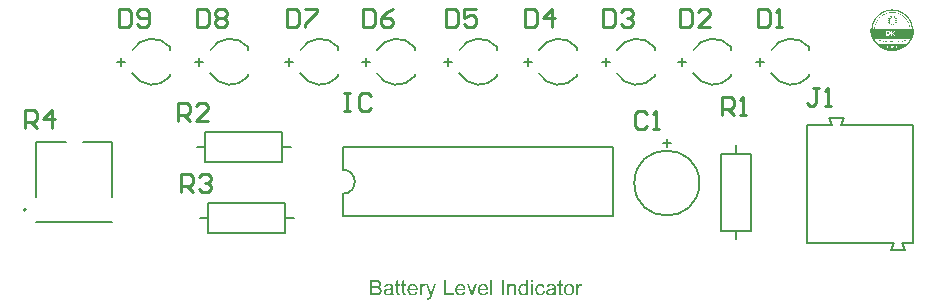
<source format=gto>
G04*
G04 #@! TF.GenerationSoftware,Altium Limited,Altium Designer,24.1.2 (44)*
G04*
G04 Layer_Color=65535*
%FSLAX44Y44*%
%MOMM*%
G71*
G04*
G04 #@! TF.SameCoordinates,BB3BFAEA-7057-47C7-AC08-6295CB7027F8*
G04*
G04*
G04 #@! TF.FilePolarity,Positive*
G04*
G01*
G75*
%ADD10C,0.1524*%
%ADD11C,0.2000*%
%ADD12C,0.1270*%
%ADD13C,0.2540*%
G36*
X760863Y255016D02*
X761771D01*
Y254946D01*
X762330D01*
Y254876D01*
X762749D01*
Y254806D01*
X763168D01*
Y254737D01*
X763448D01*
Y254667D01*
X763797D01*
Y254597D01*
X764077D01*
Y254527D01*
X764356D01*
Y254457D01*
X764635D01*
Y254387D01*
X764845D01*
Y254317D01*
X765054D01*
Y254248D01*
X765264D01*
Y254178D01*
X765473D01*
Y254108D01*
X765683D01*
Y254038D01*
X765892D01*
Y253968D01*
X766102D01*
Y253898D01*
X766242D01*
Y253829D01*
X766451D01*
Y253759D01*
X766591D01*
Y253689D01*
X766731D01*
Y253619D01*
X766940D01*
Y253549D01*
X767080D01*
Y253479D01*
X767220D01*
Y253409D01*
X767359D01*
Y253340D01*
X767499D01*
Y253270D01*
X767639D01*
Y253200D01*
X767778D01*
Y253130D01*
X767918D01*
Y253060D01*
X768058D01*
Y252990D01*
X768198D01*
Y252920D01*
X768337D01*
Y252851D01*
X768407D01*
Y252781D01*
X768547D01*
Y252711D01*
X768687D01*
Y252641D01*
X768826D01*
Y252571D01*
X768896D01*
Y252501D01*
X769036D01*
Y252432D01*
X769175D01*
Y252362D01*
X769245D01*
Y252292D01*
X769385D01*
Y252222D01*
X769455D01*
Y252152D01*
X769595D01*
Y252082D01*
X769664D01*
Y252012D01*
X769804D01*
Y251943D01*
X769874D01*
Y251873D01*
X770014D01*
Y251803D01*
X770083D01*
Y251733D01*
X770153D01*
Y251663D01*
X770293D01*
Y251593D01*
X770363D01*
Y251523D01*
X770433D01*
Y251454D01*
X770573D01*
Y251384D01*
X770642D01*
Y251314D01*
X770712D01*
Y251244D01*
X770782D01*
Y251174D01*
X770922D01*
Y251104D01*
X770992D01*
Y251035D01*
X771061D01*
Y250965D01*
X771131D01*
Y250895D01*
X771201D01*
Y250825D01*
X771341D01*
Y250755D01*
X771411D01*
Y250685D01*
X771480D01*
Y250615D01*
X771550D01*
Y250546D01*
X771620D01*
Y250476D01*
X771690D01*
Y250406D01*
X771760D01*
Y250336D01*
X771830D01*
Y250266D01*
X771970D01*
Y250196D01*
X772039D01*
Y250126D01*
X772109D01*
Y250057D01*
X772179D01*
Y249987D01*
X772249D01*
Y249917D01*
X772319D01*
Y249847D01*
X772389D01*
Y249777D01*
X772458D01*
Y249707D01*
X772528D01*
Y249568D01*
X772598D01*
Y249498D01*
X772668D01*
Y249428D01*
X772738D01*
Y249358D01*
X772808D01*
Y249288D01*
X772878D01*
Y249218D01*
X772947D01*
Y249149D01*
X773017D01*
Y249079D01*
X773087D01*
Y249009D01*
X773157D01*
Y248869D01*
X773227D01*
Y248799D01*
X773297D01*
Y248729D01*
X773366D01*
Y248660D01*
X773436D01*
Y248590D01*
X773506D01*
Y248520D01*
X773576D01*
Y248380D01*
X773646D01*
Y248310D01*
X773716D01*
Y248241D01*
X773786D01*
Y248101D01*
X773855D01*
Y248031D01*
X773925D01*
Y247961D01*
X773995D01*
Y247821D01*
X774065D01*
Y247752D01*
X774135D01*
Y247682D01*
X774205D01*
Y247542D01*
X774275D01*
Y247472D01*
X774344D01*
Y247332D01*
X774414D01*
Y247263D01*
X774484D01*
Y247123D01*
X774554D01*
Y247053D01*
X774624D01*
Y246913D01*
X774694D01*
Y246844D01*
X774763D01*
Y246704D01*
X774833D01*
Y246564D01*
X774903D01*
Y246494D01*
X774973D01*
Y246355D01*
X775043D01*
Y246215D01*
X775113D01*
Y246145D01*
X775183D01*
Y246005D01*
X775252D01*
Y245866D01*
X775322D01*
Y245726D01*
X775392D01*
Y245586D01*
X775462D01*
Y245446D01*
X775532D01*
Y245307D01*
X775602D01*
Y245167D01*
X775671D01*
Y245027D01*
X775741D01*
Y244888D01*
X775811D01*
Y244748D01*
X775881D01*
Y244608D01*
X775951D01*
Y244469D01*
X776021D01*
Y244259D01*
X776091D01*
Y244119D01*
X776161D01*
Y243980D01*
X776230D01*
Y243770D01*
X776300D01*
Y243561D01*
X776370D01*
Y243421D01*
X776440D01*
Y243211D01*
X776510D01*
Y243002D01*
X776580D01*
Y242792D01*
X776649D01*
Y242513D01*
X776719D01*
Y242303D01*
X776789D01*
Y242024D01*
X776859D01*
Y241744D01*
X776929D01*
Y241465D01*
X776999D01*
Y241186D01*
X777068D01*
Y240836D01*
X777138D01*
Y240487D01*
X777208D01*
Y239998D01*
X777278D01*
Y239509D01*
X777348D01*
Y238951D01*
X778535D01*
Y237274D01*
X778465D01*
Y236576D01*
X778396D01*
Y236017D01*
X778326D01*
Y235528D01*
X778256D01*
Y235109D01*
X778186D01*
Y234760D01*
X778116D01*
Y234480D01*
X778046D01*
Y234201D01*
X777977D01*
Y233851D01*
X777907D01*
Y233642D01*
X777837D01*
Y233363D01*
X777767D01*
Y233153D01*
X777697D01*
Y232873D01*
X777627D01*
Y232664D01*
X777558D01*
Y232454D01*
X777488D01*
Y232245D01*
X777418D01*
Y232035D01*
X777348D01*
Y231896D01*
X777278D01*
Y231686D01*
X777208D01*
Y231546D01*
X777138D01*
Y231337D01*
X777068D01*
Y231197D01*
X776999D01*
Y231057D01*
X776929D01*
Y230918D01*
X776859D01*
Y230778D01*
X776789D01*
Y230569D01*
X776719D01*
Y230429D01*
X776649D01*
Y230289D01*
X776580D01*
Y230149D01*
X776510D01*
Y230010D01*
X776440D01*
Y229870D01*
X776370D01*
Y229730D01*
X776300D01*
Y229591D01*
X776230D01*
Y229451D01*
X776161D01*
Y229381D01*
X776091D01*
Y229241D01*
X776021D01*
Y229102D01*
X775951D01*
Y229032D01*
X775881D01*
Y228892D01*
X775811D01*
Y228752D01*
X775741D01*
Y228682D01*
X775671D01*
Y228543D01*
X775602D01*
Y228473D01*
X775532D01*
Y228333D01*
X775462D01*
Y228263D01*
X775392D01*
Y228124D01*
X775322D01*
Y227984D01*
X775252D01*
Y227914D01*
X775183D01*
Y227844D01*
X775113D01*
Y227705D01*
X775043D01*
Y227635D01*
X774973D01*
Y227565D01*
X774903D01*
Y227425D01*
X774833D01*
Y227355D01*
X774763D01*
Y227286D01*
X774694D01*
Y227146D01*
X774624D01*
Y227076D01*
X774554D01*
Y227006D01*
X774484D01*
Y226936D01*
X774414D01*
Y226797D01*
X774344D01*
Y226727D01*
X774275D01*
Y226657D01*
X774205D01*
Y226587D01*
X774135D01*
Y226447D01*
X774065D01*
Y226378D01*
X773995D01*
Y226308D01*
X773925D01*
Y226238D01*
X773855D01*
Y226168D01*
X773786D01*
Y226098D01*
X773716D01*
Y226028D01*
X773646D01*
Y225889D01*
X773576D01*
Y225819D01*
X773506D01*
Y225749D01*
X773436D01*
Y225679D01*
X773366D01*
Y225609D01*
X773297D01*
Y225539D01*
X773227D01*
Y225469D01*
X773157D01*
Y225400D01*
X773087D01*
Y225330D01*
X773017D01*
Y225260D01*
X772947D01*
Y225190D01*
X772878D01*
Y225120D01*
X772808D01*
Y225050D01*
X772738D01*
Y224981D01*
X772668D01*
Y224911D01*
X772528D01*
Y224841D01*
X772458D01*
Y224771D01*
X772389D01*
Y224701D01*
X772319D01*
Y224631D01*
X772249D01*
Y224561D01*
X772179D01*
Y224492D01*
X772109D01*
Y224422D01*
X771970D01*
Y224352D01*
X771900D01*
Y224282D01*
X771830D01*
Y224212D01*
X771760D01*
Y224142D01*
X771690D01*
Y224072D01*
X771550D01*
Y224003D01*
X771480D01*
Y223933D01*
X771411D01*
Y223863D01*
X771341D01*
Y223793D01*
X771201D01*
Y223723D01*
X771131D01*
Y223653D01*
X771061D01*
Y223584D01*
X770922D01*
Y223514D01*
X770852D01*
Y223444D01*
X770782D01*
Y223374D01*
X770642D01*
Y223304D01*
X770573D01*
Y223234D01*
X770433D01*
Y223164D01*
X770363D01*
Y223095D01*
X770223D01*
Y223025D01*
X770153D01*
Y222955D01*
X770014D01*
Y222885D01*
X769874D01*
Y222815D01*
X769804D01*
Y222745D01*
X769664D01*
Y222675D01*
X769595D01*
Y222606D01*
X769455D01*
Y222536D01*
X769315D01*
Y222466D01*
X769245D01*
Y222396D01*
X769106D01*
Y222326D01*
X768966D01*
Y222256D01*
X768826D01*
Y222187D01*
X768687D01*
Y222117D01*
X768617D01*
Y222047D01*
X768477D01*
Y221977D01*
X768337D01*
Y221907D01*
X768198D01*
Y221837D01*
X768058D01*
Y221767D01*
X767918D01*
Y221698D01*
X767778D01*
Y221628D01*
X767569D01*
Y221558D01*
X767429D01*
Y221488D01*
X767290D01*
Y221418D01*
X767150D01*
Y221348D01*
X767010D01*
Y221278D01*
X766801D01*
Y221209D01*
X766591D01*
Y221139D01*
X766451D01*
Y221069D01*
X766242D01*
Y220999D01*
X766032D01*
Y220929D01*
X765892D01*
Y220859D01*
X765613D01*
Y220790D01*
X765404D01*
Y220720D01*
X765194D01*
Y220650D01*
X764915D01*
Y220580D01*
X764705D01*
Y220510D01*
X764426D01*
Y220440D01*
X764077D01*
Y220370D01*
X763797D01*
Y220301D01*
X763518D01*
Y220231D01*
X763099D01*
Y220161D01*
X762749D01*
Y220091D01*
X762330D01*
Y220021D01*
X761632D01*
Y219951D01*
X760584D01*
Y219881D01*
X759397D01*
Y219951D01*
X758209D01*
Y220021D01*
X757511D01*
Y220091D01*
X757022D01*
Y220161D01*
X756602D01*
Y220231D01*
X756183D01*
Y220301D01*
X755834D01*
Y220370D01*
X755555D01*
Y220440D01*
X755275D01*
Y220510D01*
X754996D01*
Y220580D01*
X754716D01*
Y220650D01*
X754507D01*
Y220720D01*
X754297D01*
Y220790D01*
X754088D01*
Y220859D01*
X753878D01*
Y220929D01*
X753669D01*
Y220999D01*
X753459D01*
Y221069D01*
X753250D01*
Y221139D01*
X753110D01*
Y221209D01*
X752900D01*
Y221278D01*
X752691D01*
Y221348D01*
X752551D01*
Y221418D01*
X752411D01*
Y221488D01*
X752272D01*
Y221558D01*
X752062D01*
Y221628D01*
X751923D01*
Y221698D01*
X751783D01*
Y221767D01*
X751643D01*
Y221837D01*
X751504D01*
Y221907D01*
X751364D01*
Y221977D01*
X751224D01*
Y222047D01*
X751084D01*
Y222117D01*
X750945D01*
Y222187D01*
X750875D01*
Y222256D01*
X750735D01*
Y222326D01*
X750595D01*
Y222396D01*
X750456D01*
Y222466D01*
X750316D01*
Y222536D01*
X750246D01*
Y222606D01*
X750106D01*
Y222675D01*
X749967D01*
Y222745D01*
X749897D01*
Y222815D01*
X749757D01*
Y222885D01*
X749687D01*
Y222955D01*
X749548D01*
Y223025D01*
X749408D01*
Y223095D01*
X749338D01*
Y223164D01*
X749198D01*
Y223234D01*
X749128D01*
Y223304D01*
X749059D01*
Y223374D01*
X748919D01*
Y223444D01*
X748849D01*
Y223514D01*
X748709D01*
Y223584D01*
X748640D01*
Y223653D01*
X748500D01*
Y223723D01*
X748430D01*
Y223793D01*
X748360D01*
Y223863D01*
X748290D01*
Y223933D01*
X748151D01*
Y224003D01*
X748081D01*
Y224072D01*
X748011D01*
Y224142D01*
X747941D01*
Y224212D01*
X747871D01*
Y224282D01*
X747731D01*
Y224352D01*
X747662D01*
Y224422D01*
X747592D01*
Y224492D01*
X747522D01*
Y224561D01*
X747452D01*
Y224631D01*
X747382D01*
Y224701D01*
X747312D01*
Y224771D01*
X747173D01*
Y224841D01*
X747103D01*
Y224911D01*
X747033D01*
Y224981D01*
X746963D01*
Y225050D01*
X746893D01*
Y225120D01*
X746824D01*
Y225190D01*
X746754D01*
Y225260D01*
X746684D01*
Y225330D01*
X746614D01*
Y225400D01*
X746544D01*
Y225469D01*
X746474D01*
Y225539D01*
X746404D01*
Y225609D01*
X746335D01*
Y225679D01*
X746265D01*
Y225749D01*
X746195D01*
Y225819D01*
X746125D01*
Y225889D01*
X746055D01*
Y225958D01*
X745985D01*
Y226098D01*
X745915D01*
Y226168D01*
X745846D01*
Y226238D01*
X745776D01*
Y226308D01*
X745706D01*
Y226378D01*
X745636D01*
Y226447D01*
X745566D01*
Y226517D01*
X745496D01*
Y226657D01*
X745426D01*
Y226727D01*
X745357D01*
Y226797D01*
X745287D01*
Y226866D01*
X745217D01*
Y226936D01*
X745147D01*
Y227076D01*
X745077D01*
Y227146D01*
X745007D01*
Y227216D01*
X744938D01*
Y227355D01*
X744868D01*
Y227425D01*
X744798D01*
Y227495D01*
X744728D01*
Y227635D01*
X744658D01*
Y227705D01*
X744588D01*
Y227844D01*
X744518D01*
Y227914D01*
X744449D01*
Y227984D01*
X744379D01*
Y228124D01*
X744309D01*
Y228194D01*
X744239D01*
Y228333D01*
X744169D01*
Y228403D01*
X744099D01*
Y228543D01*
X744029D01*
Y228682D01*
X743960D01*
Y228752D01*
X743890D01*
Y228892D01*
X743820D01*
Y228962D01*
X743750D01*
Y229102D01*
X743680D01*
Y229241D01*
X743610D01*
Y229311D01*
X743540D01*
Y229451D01*
X743471D01*
Y229591D01*
X743401D01*
Y229730D01*
X743331D01*
Y229870D01*
X743261D01*
Y230010D01*
X743191D01*
Y230149D01*
X743121D01*
Y230289D01*
X743052D01*
Y230429D01*
X742982D01*
Y230569D01*
X742912D01*
Y230708D01*
X742842D01*
Y230848D01*
X742772D01*
Y231057D01*
X742702D01*
Y231197D01*
X742633D01*
Y231337D01*
X742563D01*
Y231477D01*
X742493D01*
Y231686D01*
X742423D01*
Y231896D01*
X742353D01*
Y232035D01*
X742283D01*
Y232245D01*
X742213D01*
Y232454D01*
X742143D01*
Y232664D01*
X742074D01*
Y232873D01*
X742004D01*
Y233083D01*
X741934D01*
Y233363D01*
X741864D01*
Y233572D01*
X741794D01*
Y233851D01*
X741724D01*
Y234061D01*
X741655D01*
Y234410D01*
X741585D01*
Y234760D01*
X741515D01*
Y235039D01*
X741445D01*
Y235458D01*
X741375D01*
Y235947D01*
X741305D01*
Y236436D01*
X741236D01*
Y237274D01*
X741166D01*
Y238951D01*
X742283D01*
Y239439D01*
X742353D01*
Y239998D01*
X742423D01*
Y240417D01*
X742493D01*
Y240767D01*
X742563D01*
Y241116D01*
Y241186D01*
X742633D01*
Y241465D01*
X742702D01*
Y241744D01*
X742772D01*
Y242024D01*
X742842D01*
Y242303D01*
X742912D01*
Y242513D01*
X742982D01*
Y242792D01*
X743052D01*
Y243002D01*
X743121D01*
Y243211D01*
X743191D01*
Y243421D01*
X743261D01*
Y243561D01*
X743331D01*
Y243770D01*
X743401D01*
Y243980D01*
X743471D01*
Y244119D01*
X743540D01*
Y244329D01*
X743610D01*
Y244469D01*
X743680D01*
Y244608D01*
X743750D01*
Y244818D01*
X743820D01*
Y244958D01*
X743890D01*
Y245097D01*
X743960D01*
Y245237D01*
X744029D01*
Y245377D01*
X744099D01*
Y245516D01*
X744169D01*
Y245656D01*
X744239D01*
Y245796D01*
X744309D01*
Y245935D01*
X744379D01*
Y246075D01*
X744449D01*
Y246145D01*
X744518D01*
Y246285D01*
X744588D01*
Y246424D01*
X744658D01*
Y246494D01*
X744728D01*
Y246634D01*
X744798D01*
Y246774D01*
X744868D01*
Y246844D01*
X744938D01*
Y246983D01*
X745007D01*
Y247123D01*
X745077D01*
Y247193D01*
X745147D01*
Y247332D01*
X745217D01*
Y247402D01*
X745287D01*
Y247472D01*
X745357D01*
Y247612D01*
X745426D01*
Y247682D01*
X745496D01*
Y247821D01*
X745566D01*
Y247891D01*
X745636D01*
Y247961D01*
X745706D01*
Y248101D01*
X745776D01*
Y248171D01*
X745846D01*
Y248241D01*
X745915D01*
Y248380D01*
X745985D01*
Y248450D01*
X746055D01*
Y248520D01*
X746125D01*
Y248660D01*
X746195D01*
Y248729D01*
X746265D01*
Y248799D01*
X746335D01*
Y248869D01*
X746404D01*
Y248939D01*
X746474D01*
Y249009D01*
X746544D01*
Y249149D01*
X746614D01*
Y249218D01*
X746684D01*
Y249288D01*
X746754D01*
Y249358D01*
X746824D01*
Y249428D01*
X746893D01*
Y249498D01*
X746963D01*
Y249568D01*
X747033D01*
Y249638D01*
X747103D01*
Y249707D01*
X747173D01*
Y249777D01*
X747243D01*
Y249847D01*
X747312D01*
Y249917D01*
X747382D01*
Y249987D01*
X747452D01*
Y250057D01*
X747522D01*
Y250126D01*
X747592D01*
Y250196D01*
X747662D01*
Y250266D01*
X747731D01*
Y250336D01*
X747801D01*
Y250406D01*
X747871D01*
Y250476D01*
X747941D01*
Y250546D01*
X748011D01*
Y250615D01*
X748151D01*
Y250685D01*
X748221D01*
Y250755D01*
X748290D01*
Y250825D01*
X748360D01*
Y250895D01*
X748430D01*
Y250965D01*
X748500D01*
Y251035D01*
X748640D01*
Y251104D01*
X748709D01*
Y251174D01*
X748779D01*
Y251244D01*
X748849D01*
Y251314D01*
X748919D01*
Y251384D01*
X749059D01*
Y251454D01*
X749128D01*
Y251523D01*
X749198D01*
Y251593D01*
X749338D01*
Y251663D01*
X749408D01*
Y251733D01*
X749478D01*
Y251803D01*
X749617D01*
Y251873D01*
X749687D01*
Y251943D01*
X749757D01*
Y252012D01*
X749897D01*
Y252082D01*
X750037D01*
Y252152D01*
X750106D01*
Y252222D01*
X750246D01*
Y252292D01*
X750316D01*
Y252362D01*
X750456D01*
Y252432D01*
X750526D01*
Y252501D01*
X750665D01*
Y252571D01*
X750805D01*
Y252641D01*
X750875D01*
Y252711D01*
X751014D01*
Y252781D01*
X751154D01*
Y252851D01*
X751224D01*
Y252920D01*
X751364D01*
Y252990D01*
X751504D01*
Y253060D01*
X751643D01*
Y253130D01*
X751783D01*
Y253200D01*
X751923D01*
Y253270D01*
X752062D01*
Y253340D01*
X752202D01*
Y253409D01*
X752342D01*
Y253479D01*
X752481D01*
Y253549D01*
X752691D01*
Y253619D01*
X752831D01*
Y253689D01*
X752970D01*
Y253759D01*
X753110D01*
Y253829D01*
X753319D01*
Y253898D01*
X753529D01*
Y253968D01*
X753669D01*
Y254038D01*
X753878D01*
Y254108D01*
X754088D01*
Y254178D01*
X754297D01*
Y254248D01*
X754507D01*
Y254317D01*
X754716D01*
Y254387D01*
X754926D01*
Y254457D01*
X755206D01*
Y254527D01*
X755485D01*
Y254597D01*
X755764D01*
Y254667D01*
X756114D01*
Y254737D01*
X756393D01*
Y254806D01*
X756812D01*
Y254876D01*
X757231D01*
Y254946D01*
X757790D01*
Y255016D01*
X758698D01*
Y255086D01*
X760863D01*
Y255016D01*
D02*
G37*
G36*
X455684Y24368D02*
X454087D01*
Y26191D01*
X455684D01*
Y24368D01*
D02*
G37*
G36*
X451549Y13184D02*
X450064D01*
Y14368D01*
X450046Y14350D01*
X450027Y14312D01*
X449970Y14237D01*
X449895Y14143D01*
X449801Y14049D01*
X449688Y13936D01*
X449557Y13805D01*
X449388Y13673D01*
X449219Y13542D01*
X449031Y13410D01*
X448805Y13297D01*
X448561Y13203D01*
X448316Y13109D01*
X448034Y13034D01*
X447734Y12996D01*
X447414Y12978D01*
X447301D01*
X447226Y12996D01*
X447001Y13015D01*
X446738Y13053D01*
X446418Y13128D01*
X446061Y13241D01*
X445704Y13391D01*
X445347Y13598D01*
X445328D01*
X445309Y13635D01*
X445196Y13711D01*
X445027Y13861D01*
X444820Y14049D01*
X444576Y14293D01*
X444332Y14594D01*
X444087Y14932D01*
X443881Y15327D01*
Y15346D01*
X443862Y15383D01*
X443843Y15440D01*
X443805Y15515D01*
X443768Y15628D01*
X443711Y15759D01*
X443674Y15891D01*
X443636Y16060D01*
X443542Y16436D01*
X443448Y16868D01*
X443392Y17357D01*
X443373Y17883D01*
Y17902D01*
Y17940D01*
Y18015D01*
Y18128D01*
X443392Y18240D01*
Y18391D01*
X443429Y18729D01*
X443486Y19124D01*
X443580Y19556D01*
X443693Y20007D01*
X443843Y20440D01*
Y20458D01*
X443862Y20496D01*
X443899Y20552D01*
X443937Y20628D01*
X444050Y20834D01*
X444200Y21098D01*
X444388Y21379D01*
X444632Y21661D01*
X444914Y21962D01*
X445253Y22206D01*
X445271D01*
X445290Y22225D01*
X445347Y22263D01*
X445422Y22300D01*
X445610Y22394D01*
X445873Y22526D01*
X446174Y22639D01*
X446531Y22733D01*
X446925Y22808D01*
X447339Y22827D01*
X447489D01*
X447640Y22808D01*
X447846Y22789D01*
X448091Y22733D01*
X448354Y22676D01*
X448617Y22582D01*
X448861Y22451D01*
X448899Y22432D01*
X448974Y22394D01*
X449087Y22300D01*
X449237Y22206D01*
X449425Y22075D01*
X449594Y21906D01*
X449782Y21737D01*
X449952Y21530D01*
Y26191D01*
X451549D01*
Y13184D01*
D02*
G37*
G36*
X438580Y22808D02*
X438787Y22789D01*
X439031Y22752D01*
X439294Y22695D01*
X439576Y22620D01*
X439839Y22507D01*
X439877Y22488D01*
X439952Y22451D01*
X440084Y22394D01*
X440234Y22300D01*
X440422Y22188D01*
X440591Y22037D01*
X440760Y21887D01*
X440911Y21699D01*
X440929Y21680D01*
X440967Y21605D01*
X441023Y21511D01*
X441118Y21379D01*
X441193Y21191D01*
X441268Y21003D01*
X441362Y20778D01*
X441418Y20534D01*
Y20515D01*
X441437Y20440D01*
X441456Y20327D01*
X441475Y20176D01*
Y19951D01*
X441493Y19688D01*
X441512Y19368D01*
Y18973D01*
Y13184D01*
X439915D01*
Y18898D01*
Y18917D01*
Y18936D01*
Y19067D01*
Y19237D01*
X439896Y19443D01*
X439877Y19688D01*
X439839Y19932D01*
X439783Y20158D01*
X439727Y20364D01*
Y20383D01*
X439689Y20440D01*
X439633Y20534D01*
X439576Y20646D01*
X439482Y20759D01*
X439370Y20891D01*
X439219Y21022D01*
X439050Y21135D01*
X439031Y21154D01*
X438975Y21191D01*
X438862Y21229D01*
X438730Y21286D01*
X438580Y21342D01*
X438392Y21398D01*
X438167Y21417D01*
X437941Y21436D01*
X437847D01*
X437772Y21417D01*
X437584Y21398D01*
X437340Y21361D01*
X437076Y21267D01*
X436776Y21154D01*
X436475Y21003D01*
X436193Y20778D01*
X436155Y20740D01*
X436080Y20646D01*
X436024Y20571D01*
X435967Y20477D01*
X435892Y20364D01*
X435836Y20233D01*
X435761Y20082D01*
X435685Y19895D01*
X435629Y19688D01*
X435573Y19462D01*
X435535Y19218D01*
X435498Y18955D01*
X435460Y18635D01*
Y18316D01*
Y13184D01*
X433862D01*
Y22620D01*
X435291D01*
Y21267D01*
X435309Y21286D01*
X435347Y21342D01*
X435404Y21417D01*
X435479Y21511D01*
X435592Y21624D01*
X435723Y21755D01*
X435873Y21906D01*
X436061Y22056D01*
X436249Y22188D01*
X436475Y22338D01*
X436719Y22470D01*
X436982Y22582D01*
X437283Y22676D01*
X437584Y22752D01*
X437922Y22808D01*
X438279Y22827D01*
X438430D01*
X438580Y22808D01*
D02*
G37*
G36*
X496265D02*
X496472Y22770D01*
X496716Y22695D01*
X496979Y22601D01*
X497280Y22470D01*
X497599Y22300D01*
X497017Y20834D01*
X496998Y20853D01*
X496923Y20891D01*
X496810Y20947D01*
X496660Y21003D01*
X496491Y21060D01*
X496284Y21116D01*
X496077Y21154D01*
X495870Y21173D01*
X495776D01*
X495682Y21154D01*
X495551Y21135D01*
X495419Y21098D01*
X495250Y21041D01*
X495081Y20966D01*
X494930Y20853D01*
X494912Y20834D01*
X494855Y20797D01*
X494799Y20722D01*
X494705Y20628D01*
X494611Y20496D01*
X494517Y20346D01*
X494423Y20176D01*
X494348Y19970D01*
X494329Y19932D01*
X494310Y19819D01*
X494273Y19650D01*
X494216Y19425D01*
X494160Y19143D01*
X494122Y18823D01*
X494103Y18485D01*
X494085Y18109D01*
Y13184D01*
X492487D01*
Y22620D01*
X493934D01*
Y21191D01*
X493953Y21210D01*
X494028Y21342D01*
X494122Y21511D01*
X494273Y21718D01*
X494423Y21925D01*
X494592Y22150D01*
X494761Y22338D01*
X494930Y22488D01*
X494949Y22507D01*
X495006Y22545D01*
X495118Y22601D01*
X495231Y22658D01*
X495382Y22714D01*
X495569Y22770D01*
X495757Y22808D01*
X495964Y22827D01*
X496096D01*
X496265Y22808D01*
D02*
G37*
G36*
X363828D02*
X364035Y22770D01*
X364279Y22695D01*
X364543Y22601D01*
X364843Y22470D01*
X365163Y22300D01*
X364580Y20834D01*
X364561Y20853D01*
X364486Y20891D01*
X364373Y20947D01*
X364223Y21003D01*
X364054Y21060D01*
X363847Y21116D01*
X363640Y21154D01*
X363434Y21173D01*
X363340D01*
X363246Y21154D01*
X363114Y21135D01*
X362982Y21098D01*
X362813Y21041D01*
X362644Y20966D01*
X362494Y20853D01*
X362475Y20834D01*
X362419Y20797D01*
X362362Y20722D01*
X362268Y20628D01*
X362174Y20496D01*
X362080Y20346D01*
X361986Y20176D01*
X361911Y19970D01*
X361892Y19932D01*
X361874Y19819D01*
X361836Y19650D01*
X361780Y19425D01*
X361723Y19143D01*
X361686Y18823D01*
X361667Y18485D01*
X361648Y18109D01*
Y13184D01*
X360050D01*
Y22620D01*
X361498D01*
Y21191D01*
X361516Y21210D01*
X361592Y21342D01*
X361686Y21511D01*
X361836Y21718D01*
X361986Y21925D01*
X362155Y22150D01*
X362325Y22338D01*
X362494Y22488D01*
X362513Y22507D01*
X362569Y22545D01*
X362682Y22601D01*
X362794Y22658D01*
X362945Y22714D01*
X363133Y22770D01*
X363321Y22808D01*
X363528Y22827D01*
X363659D01*
X363828Y22808D01*
D02*
G37*
G36*
X462207D02*
X462319D01*
X462470Y22789D01*
X462827Y22733D01*
X463222Y22639D01*
X463635Y22488D01*
X464049Y22300D01*
X464443Y22037D01*
X464462D01*
X464481Y22000D01*
X464594Y21887D01*
X464763Y21718D01*
X464970Y21473D01*
X465176Y21173D01*
X465383Y20797D01*
X465571Y20364D01*
X465703Y19857D01*
X464143Y19613D01*
Y19631D01*
X464124Y19650D01*
X464105Y19763D01*
X464049Y19932D01*
X463955Y20139D01*
X463861Y20364D01*
X463710Y20609D01*
X463541Y20834D01*
X463353Y21022D01*
X463334Y21041D01*
X463259Y21098D01*
X463128Y21173D01*
X462977Y21267D01*
X462771Y21361D01*
X462545Y21436D01*
X462282Y21492D01*
X462000Y21511D01*
X461887D01*
X461793Y21492D01*
X461586Y21473D01*
X461304Y21398D01*
X461004Y21304D01*
X460665Y21154D01*
X460346Y20928D01*
X460195Y20797D01*
X460045Y20646D01*
Y20628D01*
X460008Y20609D01*
X459970Y20552D01*
X459932Y20477D01*
X459876Y20383D01*
X459801Y20271D01*
X459744Y20139D01*
X459669Y19988D01*
X459594Y19801D01*
X459538Y19594D01*
X459462Y19368D01*
X459406Y19124D01*
X459368Y18861D01*
X459331Y18560D01*
X459293Y18240D01*
Y17902D01*
Y17883D01*
Y17827D01*
Y17714D01*
X459312Y17601D01*
Y17432D01*
X459331Y17263D01*
X459387Y16850D01*
X459462Y16399D01*
X459594Y15929D01*
X459763Y15515D01*
X459876Y15308D01*
X460008Y15139D01*
X460045Y15102D01*
X460139Y15008D01*
X460308Y14876D01*
X460515Y14726D01*
X460797Y14556D01*
X461116Y14425D01*
X461492Y14331D01*
X461699Y14312D01*
X461906Y14293D01*
X461943D01*
X462056Y14312D01*
X462244Y14331D01*
X462451Y14368D01*
X462695Y14425D01*
X462958Y14538D01*
X463222Y14669D01*
X463466Y14857D01*
X463503Y14876D01*
X463560Y14970D01*
X463673Y15102D01*
X463804Y15308D01*
X463936Y15553D01*
X464086Y15853D01*
X464199Y16229D01*
X464274Y16643D01*
X465853Y16436D01*
Y16417D01*
X465834Y16361D01*
X465815Y16286D01*
X465797Y16173D01*
X465759Y16023D01*
X465721Y15872D01*
X465590Y15496D01*
X465421Y15102D01*
X465176Y14669D01*
X464876Y14256D01*
X464706Y14068D01*
X464519Y13880D01*
X464500Y13861D01*
X464462Y13842D01*
X464406Y13805D01*
X464330Y13748D01*
X464237Y13673D01*
X464105Y13598D01*
X463955Y13523D01*
X463804Y13429D01*
X463428Y13260D01*
X462977Y13128D01*
X462489Y13015D01*
X462207Y12996D01*
X461925Y12978D01*
X461737D01*
X461605Y12996D01*
X461436Y13015D01*
X461248Y13053D01*
X461041Y13090D01*
X460816Y13128D01*
X460308Y13278D01*
X460064Y13391D01*
X459801Y13504D01*
X459538Y13654D01*
X459293Y13823D01*
X459049Y14011D01*
X458823Y14237D01*
X458805Y14256D01*
X458767Y14293D01*
X458711Y14368D01*
X458635Y14462D01*
X458560Y14594D01*
X458447Y14763D01*
X458353Y14951D01*
X458241Y15158D01*
X458128Y15402D01*
X458034Y15684D01*
X457921Y15966D01*
X457846Y16305D01*
X457771Y16643D01*
X457714Y17038D01*
X457677Y17432D01*
X457658Y17865D01*
Y17883D01*
Y17940D01*
Y18015D01*
Y18128D01*
X457677Y18259D01*
Y18410D01*
X457696Y18579D01*
X457714Y18767D01*
X457771Y19180D01*
X457865Y19631D01*
X457977Y20082D01*
X458147Y20534D01*
Y20552D01*
X458166Y20590D01*
X458203Y20646D01*
X458241Y20722D01*
X458353Y20928D01*
X458523Y21173D01*
X458748Y21455D01*
X459011Y21737D01*
X459331Y22018D01*
X459688Y22244D01*
X459707D01*
X459744Y22263D01*
X459801Y22300D01*
X459876Y22338D01*
X459970Y22376D01*
X460083Y22432D01*
X460365Y22545D01*
X460684Y22639D01*
X461079Y22733D01*
X461492Y22808D01*
X461943Y22827D01*
X462094D01*
X462207Y22808D01*
D02*
G37*
G36*
X404578Y13184D02*
X403056D01*
X399503Y22620D01*
X401195D01*
X403225Y16962D01*
Y16944D01*
X403243Y16925D01*
X403262Y16868D01*
X403281Y16812D01*
X403338Y16624D01*
X403413Y16380D01*
X403507Y16098D01*
X403619Y15778D01*
X403713Y15421D01*
X403826Y15064D01*
X403845Y15102D01*
X403864Y15196D01*
X403920Y15346D01*
X403977Y15572D01*
X404071Y15816D01*
X404165Y16135D01*
X404296Y16474D01*
X404428Y16850D01*
X406514Y22620D01*
X408168D01*
X404578Y13184D01*
D02*
G37*
G36*
X370257Y13034D02*
Y13015D01*
X370238Y12959D01*
X370200Y12884D01*
X370163Y12790D01*
X370106Y12658D01*
X370050Y12508D01*
X369918Y12188D01*
X369787Y11831D01*
X369636Y11474D01*
X369486Y11154D01*
X369411Y11023D01*
X369354Y10891D01*
X369336Y10854D01*
X369279Y10760D01*
X369185Y10628D01*
X369072Y10459D01*
X368922Y10271D01*
X368753Y10083D01*
X368584Y9895D01*
X368377Y9745D01*
X368358Y9726D01*
X368283Y9688D01*
X368170Y9632D01*
X368001Y9557D01*
X367813Y9482D01*
X367588Y9425D01*
X367343Y9388D01*
X367061Y9369D01*
X366986D01*
X366892Y9388D01*
X366760D01*
X366610Y9425D01*
X366441Y9463D01*
X366253Y9500D01*
X366046Y9575D01*
X365877Y11060D01*
X365896D01*
X365971Y11042D01*
X366065Y11023D01*
X366178Y10985D01*
X366479Y10929D01*
X366779Y10910D01*
X366873D01*
X366967Y10929D01*
X367080D01*
X367362Y10985D01*
X367494Y11042D01*
X367625Y11098D01*
X367644D01*
X367682Y11136D01*
X367738Y11173D01*
X367813Y11230D01*
X367982Y11380D01*
X368133Y11587D01*
Y11605D01*
X368170Y11643D01*
X368208Y11718D01*
X368245Y11831D01*
X368321Y11981D01*
X368396Y12207D01*
X368508Y12470D01*
X368621Y12790D01*
Y12809D01*
X368659Y12884D01*
X368697Y13015D01*
X368772Y13184D01*
X365200Y22620D01*
X366892D01*
X368866Y17150D01*
Y17132D01*
X368885Y17113D01*
X368903Y17056D01*
X368922Y16962D01*
X368960Y16868D01*
X368997Y16756D01*
X369091Y16493D01*
X369204Y16173D01*
X369317Y15797D01*
X369430Y15402D01*
X369542Y14970D01*
Y14989D01*
X369561Y15026D01*
X369580Y15083D01*
X369599Y15158D01*
X369618Y15252D01*
X369655Y15365D01*
X369730Y15647D01*
X369824Y15966D01*
X369956Y16342D01*
X370069Y16718D01*
X370219Y17113D01*
X372249Y22620D01*
X373847D01*
X370257Y13034D01*
D02*
G37*
G36*
X471623Y22808D02*
X471905Y22789D01*
X472225Y22752D01*
X472544Y22695D01*
X472864Y22620D01*
X473165Y22526D01*
X473202Y22507D01*
X473296Y22470D01*
X473428Y22413D01*
X473597Y22338D01*
X473785Y22225D01*
X473973Y22113D01*
X474142Y21962D01*
X474292Y21812D01*
X474311Y21793D01*
X474349Y21737D01*
X474405Y21643D01*
X474480Y21530D01*
X474574Y21361D01*
X474650Y21191D01*
X474725Y20985D01*
X474781Y20740D01*
Y20722D01*
X474800Y20665D01*
X474819Y20552D01*
X474837Y20402D01*
Y20195D01*
X474856Y19951D01*
X474875Y19631D01*
Y19274D01*
Y17132D01*
Y17113D01*
Y17038D01*
Y16925D01*
Y16774D01*
Y16605D01*
Y16399D01*
X474894Y15947D01*
Y15477D01*
X474913Y15008D01*
X474931Y14801D01*
Y14613D01*
X474950Y14444D01*
X474969Y14312D01*
Y14293D01*
X474988Y14218D01*
X475007Y14105D01*
X475063Y13955D01*
X475101Y13786D01*
X475176Y13598D01*
X475270Y13391D01*
X475364Y13184D01*
X473691D01*
X473672Y13203D01*
X473653Y13278D01*
X473616Y13372D01*
X473559Y13523D01*
X473503Y13692D01*
X473465Y13899D01*
X473428Y14124D01*
X473390Y14368D01*
X473371D01*
X473353Y14331D01*
X473240Y14237D01*
X473071Y14105D01*
X472845Y13936D01*
X472563Y13767D01*
X472281Y13579D01*
X471981Y13410D01*
X471661Y13278D01*
X471623Y13260D01*
X471511Y13241D01*
X471341Y13184D01*
X471135Y13128D01*
X470872Y13072D01*
X470571Y13034D01*
X470233Y12996D01*
X469894Y12978D01*
X469744D01*
X469631Y12996D01*
X469499D01*
X469349Y13015D01*
X469011Y13072D01*
X468635Y13166D01*
X468221Y13297D01*
X467845Y13485D01*
X467507Y13729D01*
X467469Y13767D01*
X467375Y13861D01*
X467244Y14030D01*
X467094Y14256D01*
X466943Y14538D01*
X466812Y14857D01*
X466718Y15252D01*
X466699Y15440D01*
X466680Y15665D01*
Y15703D01*
Y15778D01*
X466699Y15910D01*
X466718Y16079D01*
X466755Y16286D01*
X466812Y16493D01*
X466887Y16718D01*
X466981Y16925D01*
X467000Y16944D01*
X467037Y17019D01*
X467112Y17132D01*
X467206Y17263D01*
X467319Y17414D01*
X467469Y17564D01*
X467620Y17714D01*
X467808Y17846D01*
X467827Y17865D01*
X467902Y17902D01*
X467996Y17977D01*
X468146Y18053D01*
X468315Y18128D01*
X468522Y18222D01*
X468729Y18297D01*
X468973Y18372D01*
X468992D01*
X469067Y18391D01*
X469180Y18428D01*
X469330Y18447D01*
X469518Y18485D01*
X469763Y18522D01*
X470045Y18579D01*
X470383Y18616D01*
X470402D01*
X470477Y18635D01*
X470571D01*
X470702Y18654D01*
X470853Y18673D01*
X471041Y18710D01*
X471247Y18729D01*
X471473Y18767D01*
X471924Y18861D01*
X472413Y18955D01*
X472845Y19067D01*
X473052Y19124D01*
X473240Y19180D01*
Y19199D01*
Y19237D01*
X473259Y19349D01*
Y19481D01*
Y19556D01*
Y19594D01*
Y19613D01*
Y19631D01*
Y19744D01*
X473240Y19932D01*
X473202Y20139D01*
X473146Y20364D01*
X473052Y20590D01*
X472939Y20797D01*
X472789Y20966D01*
X472770Y20985D01*
X472676Y21060D01*
X472526Y21135D01*
X472338Y21248D01*
X472075Y21342D01*
X471774Y21436D01*
X471398Y21492D01*
X470965Y21511D01*
X470778D01*
X470590Y21492D01*
X470326Y21455D01*
X470063Y21417D01*
X469781Y21342D01*
X469518Y21248D01*
X469293Y21116D01*
X469274Y21098D01*
X469199Y21041D01*
X469105Y20947D01*
X468992Y20797D01*
X468879Y20609D01*
X468748Y20364D01*
X468635Y20064D01*
X468522Y19725D01*
X466962Y19932D01*
Y19951D01*
X466981Y19970D01*
Y20026D01*
X467000Y20101D01*
X467056Y20271D01*
X467131Y20515D01*
X467225Y20759D01*
X467338Y21022D01*
X467488Y21286D01*
X467657Y21530D01*
X467676Y21549D01*
X467751Y21624D01*
X467864Y21737D01*
X468015Y21887D01*
X468221Y22037D01*
X468466Y22188D01*
X468748Y22357D01*
X469067Y22488D01*
X469086D01*
X469105Y22507D01*
X469161Y22526D01*
X469236Y22545D01*
X469424Y22601D01*
X469687Y22658D01*
X469988Y22714D01*
X470364Y22770D01*
X470759Y22808D01*
X471210Y22827D01*
X471417D01*
X471623Y22808D01*
D02*
G37*
G36*
X455684Y13184D02*
X454087D01*
Y22620D01*
X455684D01*
Y13184D01*
D02*
G37*
G36*
X431024D02*
X429295D01*
Y26191D01*
X431024D01*
Y13184D01*
D02*
G37*
G36*
X421269D02*
X419671D01*
Y26191D01*
X421269D01*
Y13184D01*
D02*
G37*
G36*
X382136Y14726D02*
X388545D01*
Y13184D01*
X380406D01*
Y26191D01*
X382136D01*
Y14726D01*
D02*
G37*
G36*
X334131Y22808D02*
X334413Y22789D01*
X334732Y22752D01*
X335052Y22695D01*
X335371Y22620D01*
X335672Y22526D01*
X335709Y22507D01*
X335803Y22470D01*
X335935Y22413D01*
X336104Y22338D01*
X336292Y22225D01*
X336480Y22113D01*
X336649Y21962D01*
X336800Y21812D01*
X336819Y21793D01*
X336856Y21737D01*
X336912Y21643D01*
X336988Y21530D01*
X337082Y21361D01*
X337157Y21191D01*
X337232Y20985D01*
X337288Y20740D01*
Y20722D01*
X337307Y20665D01*
X337326Y20552D01*
X337345Y20402D01*
Y20195D01*
X337364Y19951D01*
X337382Y19631D01*
Y19274D01*
Y17132D01*
Y17113D01*
Y17038D01*
Y16925D01*
Y16774D01*
Y16605D01*
Y16399D01*
X337401Y15947D01*
Y15477D01*
X337420Y15008D01*
X337439Y14801D01*
Y14613D01*
X337458Y14444D01*
X337476Y14312D01*
Y14293D01*
X337495Y14218D01*
X337514Y14105D01*
X337570Y13955D01*
X337608Y13786D01*
X337683Y13598D01*
X337777Y13391D01*
X337871Y13184D01*
X336198D01*
X336179Y13203D01*
X336161Y13278D01*
X336123Y13372D01*
X336067Y13523D01*
X336010Y13692D01*
X335973Y13899D01*
X335935Y14124D01*
X335897Y14368D01*
X335879D01*
X335860Y14331D01*
X335747Y14237D01*
X335578Y14105D01*
X335352Y13936D01*
X335070Y13767D01*
X334789Y13579D01*
X334488Y13410D01*
X334168Y13278D01*
X334131Y13260D01*
X334018Y13241D01*
X333849Y13184D01*
X333642Y13128D01*
X333379Y13072D01*
X333078Y13034D01*
X332740Y12996D01*
X332401Y12978D01*
X332251D01*
X332138Y12996D01*
X332007D01*
X331856Y13015D01*
X331518Y13072D01*
X331142Y13166D01*
X330729Y13297D01*
X330353Y13485D01*
X330014Y13729D01*
X329977Y13767D01*
X329883Y13861D01*
X329751Y14030D01*
X329601Y14256D01*
X329450Y14538D01*
X329319Y14857D01*
X329225Y15252D01*
X329206Y15440D01*
X329187Y15665D01*
Y15703D01*
Y15778D01*
X329206Y15910D01*
X329225Y16079D01*
X329263Y16286D01*
X329319Y16493D01*
X329394Y16718D01*
X329488Y16925D01*
X329507Y16944D01*
X329544Y17019D01*
X329620Y17132D01*
X329714Y17263D01*
X329826Y17414D01*
X329977Y17564D01*
X330127Y17714D01*
X330315Y17846D01*
X330334Y17865D01*
X330409Y17902D01*
X330503Y17977D01*
X330653Y18053D01*
X330823Y18128D01*
X331029Y18222D01*
X331236Y18297D01*
X331480Y18372D01*
X331499D01*
X331574Y18391D01*
X331687Y18428D01*
X331838Y18447D01*
X332025Y18485D01*
X332270Y18522D01*
X332552Y18579D01*
X332890Y18616D01*
X332909D01*
X332984Y18635D01*
X333078D01*
X333210Y18654D01*
X333360Y18673D01*
X333548Y18710D01*
X333755Y18729D01*
X333980Y18767D01*
X334431Y18861D01*
X334920Y18955D01*
X335352Y19067D01*
X335559Y19124D01*
X335747Y19180D01*
Y19199D01*
Y19237D01*
X335766Y19349D01*
Y19481D01*
Y19556D01*
Y19594D01*
Y19613D01*
Y19631D01*
Y19744D01*
X335747Y19932D01*
X335709Y20139D01*
X335653Y20364D01*
X335559Y20590D01*
X335446Y20797D01*
X335296Y20966D01*
X335277Y20985D01*
X335183Y21060D01*
X335033Y21135D01*
X334845Y21248D01*
X334582Y21342D01*
X334281Y21436D01*
X333905Y21492D01*
X333473Y21511D01*
X333285D01*
X333097Y21492D01*
X332834Y21455D01*
X332571Y21417D01*
X332289Y21342D01*
X332025Y21248D01*
X331800Y21116D01*
X331781Y21098D01*
X331706Y21041D01*
X331612Y20947D01*
X331499Y20797D01*
X331386Y20609D01*
X331255Y20364D01*
X331142Y20064D01*
X331029Y19725D01*
X329469Y19932D01*
Y19951D01*
X329488Y19970D01*
Y20026D01*
X329507Y20101D01*
X329563Y20271D01*
X329638Y20515D01*
X329732Y20759D01*
X329845Y21022D01*
X329995Y21286D01*
X330165Y21530D01*
X330183Y21549D01*
X330259Y21624D01*
X330372Y21737D01*
X330522Y21887D01*
X330729Y22037D01*
X330973Y22188D01*
X331255Y22357D01*
X331574Y22488D01*
X331593D01*
X331612Y22507D01*
X331668Y22526D01*
X331744Y22545D01*
X331931Y22601D01*
X332195Y22658D01*
X332495Y22714D01*
X332871Y22770D01*
X333266Y22808D01*
X333717Y22827D01*
X333924D01*
X334131Y22808D01*
D02*
G37*
G36*
X322985Y26172D02*
X323135D01*
X323473Y26135D01*
X323849Y26097D01*
X324244Y26022D01*
X324639Y25928D01*
X324996Y25796D01*
X325015D01*
X325033Y25778D01*
X325146Y25721D01*
X325315Y25627D01*
X325503Y25496D01*
X325729Y25327D01*
X325973Y25120D01*
X326199Y24857D01*
X326405Y24575D01*
X326424Y24537D01*
X326481Y24424D01*
X326575Y24274D01*
X326669Y24049D01*
X326763Y23785D01*
X326857Y23503D01*
X326913Y23184D01*
X326932Y22864D01*
Y22827D01*
Y22733D01*
X326913Y22564D01*
X326875Y22357D01*
X326819Y22113D01*
X326725Y21849D01*
X326612Y21586D01*
X326462Y21304D01*
X326443Y21267D01*
X326387Y21191D01*
X326274Y21041D01*
X326124Y20891D01*
X325936Y20703D01*
X325710Y20496D01*
X325428Y20308D01*
X325109Y20120D01*
X325127D01*
X325165Y20101D01*
X325221Y20082D01*
X325297Y20045D01*
X325522Y19970D01*
X325785Y19838D01*
X326067Y19669D01*
X326387Y19462D01*
X326669Y19218D01*
X326932Y18917D01*
X326951Y18880D01*
X327026Y18767D01*
X327138Y18598D01*
X327251Y18372D01*
X327364Y18071D01*
X327477Y17752D01*
X327552Y17376D01*
X327571Y16962D01*
Y16944D01*
Y16925D01*
Y16812D01*
X327552Y16624D01*
X327514Y16399D01*
X327477Y16135D01*
X327402Y15853D01*
X327308Y15553D01*
X327176Y15252D01*
X327157Y15214D01*
X327101Y15120D01*
X327026Y14989D01*
X326913Y14801D01*
X326763Y14613D01*
X326612Y14406D01*
X326424Y14199D01*
X326217Y14030D01*
X326199Y14011D01*
X326124Y13955D01*
X325992Y13880D01*
X325823Y13805D01*
X325616Y13692D01*
X325372Y13579D01*
X325109Y13485D01*
X324789Y13391D01*
X324751D01*
X324639Y13354D01*
X324451Y13335D01*
X324206Y13297D01*
X323906Y13260D01*
X323549Y13222D01*
X323154Y13203D01*
X322703Y13184D01*
X317740D01*
Y26191D01*
X322853D01*
X322985Y26172D01*
D02*
G37*
G36*
X479198Y22620D02*
X480815D01*
Y21379D01*
X479198D01*
Y15835D01*
Y15797D01*
Y15722D01*
Y15609D01*
X479217Y15477D01*
X479236Y15177D01*
X479255Y15045D01*
X479273Y14951D01*
X479292Y14914D01*
X479348Y14838D01*
X479424Y14744D01*
X479555Y14650D01*
X479593Y14632D01*
X479687Y14594D01*
X479856Y14556D01*
X480100Y14538D01*
X480288D01*
X480382Y14556D01*
X480514D01*
X480664Y14575D01*
X480815Y14594D01*
X481021Y13184D01*
X480984D01*
X480909Y13166D01*
X480777Y13147D01*
X480608Y13128D01*
X480420Y13090D01*
X480213Y13072D01*
X479800Y13053D01*
X479649D01*
X479499Y13072D01*
X479311Y13090D01*
X479085Y13109D01*
X478860Y13166D01*
X478653Y13222D01*
X478446Y13316D01*
X478428Y13335D01*
X478371Y13372D01*
X478296Y13429D01*
X478183Y13523D01*
X478089Y13617D01*
X477976Y13748D01*
X477864Y13880D01*
X477789Y14049D01*
Y14068D01*
X477751Y14143D01*
X477732Y14274D01*
X477695Y14462D01*
X477657Y14707D01*
X477638Y14857D01*
Y15026D01*
X477619Y15233D01*
X477601Y15440D01*
Y15665D01*
Y15929D01*
Y21379D01*
X476416D01*
Y22620D01*
X477601D01*
Y24951D01*
X479198Y25909D01*
Y22620D01*
D02*
G37*
G36*
X346762D02*
X348378D01*
Y21379D01*
X346762D01*
Y15835D01*
Y15797D01*
Y15722D01*
Y15609D01*
X346780Y15477D01*
X346799Y15177D01*
X346818Y15045D01*
X346837Y14951D01*
X346856Y14914D01*
X346912Y14838D01*
X346987Y14744D01*
X347119Y14650D01*
X347156Y14632D01*
X347250Y14594D01*
X347419Y14556D01*
X347664Y14538D01*
X347852D01*
X347946Y14556D01*
X348077D01*
X348228Y14575D01*
X348378Y14594D01*
X348585Y13184D01*
X348547D01*
X348472Y13166D01*
X348340Y13147D01*
X348171Y13128D01*
X347983Y13090D01*
X347776Y13072D01*
X347363Y13053D01*
X347213D01*
X347062Y13072D01*
X346874Y13090D01*
X346649Y13109D01*
X346423Y13166D01*
X346217Y13222D01*
X346010Y13316D01*
X345991Y13335D01*
X345934Y13372D01*
X345859Y13429D01*
X345747Y13523D01*
X345653Y13617D01*
X345540Y13748D01*
X345427Y13880D01*
X345352Y14049D01*
Y14068D01*
X345314Y14143D01*
X345295Y14274D01*
X345258Y14462D01*
X345220Y14707D01*
X345201Y14857D01*
Y15026D01*
X345183Y15233D01*
X345164Y15440D01*
Y15665D01*
Y15929D01*
Y21379D01*
X343980D01*
Y22620D01*
X345164D01*
Y24951D01*
X346762Y25909D01*
Y22620D01*
D02*
G37*
G36*
X341705D02*
X343322D01*
Y21379D01*
X341705D01*
Y15835D01*
Y15797D01*
Y15722D01*
Y15609D01*
X341724Y15477D01*
X341743Y15177D01*
X341762Y15045D01*
X341781Y14951D01*
X341799Y14914D01*
X341856Y14838D01*
X341931Y14744D01*
X342063Y14650D01*
X342100Y14632D01*
X342194Y14594D01*
X342363Y14556D01*
X342608Y14538D01*
X342796D01*
X342890Y14556D01*
X343021D01*
X343172Y14575D01*
X343322Y14594D01*
X343529Y13184D01*
X343491D01*
X343416Y13166D01*
X343284Y13147D01*
X343115Y13128D01*
X342927Y13090D01*
X342720Y13072D01*
X342307Y13053D01*
X342156D01*
X342006Y13072D01*
X341818Y13090D01*
X341593Y13109D01*
X341367Y13166D01*
X341160Y13222D01*
X340954Y13316D01*
X340935Y13335D01*
X340878Y13372D01*
X340803Y13429D01*
X340690Y13523D01*
X340597Y13617D01*
X340484Y13748D01*
X340371Y13880D01*
X340296Y14049D01*
Y14068D01*
X340258Y14143D01*
X340239Y14274D01*
X340202Y14462D01*
X340164Y14707D01*
X340145Y14857D01*
Y15026D01*
X340127Y15233D01*
X340108Y15440D01*
Y15665D01*
Y15929D01*
Y21379D01*
X338924D01*
Y22620D01*
X340108D01*
Y24951D01*
X341705Y25909D01*
Y22620D01*
D02*
G37*
G36*
X486529Y22808D02*
X486698Y22789D01*
X486886Y22752D01*
X487093Y22714D01*
X487337Y22676D01*
X487844Y22507D01*
X488107Y22413D01*
X488371Y22282D01*
X488634Y22150D01*
X488897Y21962D01*
X489141Y21774D01*
X489386Y21549D01*
X489404Y21530D01*
X489442Y21492D01*
X489498Y21417D01*
X489574Y21323D01*
X489668Y21191D01*
X489780Y21022D01*
X489893Y20834D01*
X490006Y20628D01*
X490119Y20402D01*
X490231Y20120D01*
X490344Y19838D01*
X490438Y19519D01*
X490513Y19180D01*
X490570Y18823D01*
X490607Y18447D01*
X490626Y18034D01*
Y18015D01*
Y17959D01*
Y17865D01*
Y17733D01*
X490607Y17583D01*
X490589Y17395D01*
Y17207D01*
X490551Y17000D01*
X490495Y16530D01*
X490382Y16060D01*
X490250Y15590D01*
X490062Y15158D01*
Y15139D01*
X490043Y15120D01*
X490006Y15064D01*
X489968Y14989D01*
X489837Y14801D01*
X489668Y14575D01*
X489442Y14312D01*
X489160Y14049D01*
X488840Y13786D01*
X488465Y13542D01*
X488446D01*
X488427Y13523D01*
X488371Y13485D01*
X488277Y13448D01*
X488183Y13410D01*
X488070Y13372D01*
X487788Y13260D01*
X487468Y13166D01*
X487074Y13072D01*
X486660Y12996D01*
X486209Y12978D01*
X486021D01*
X485871Y12996D01*
X485702Y13015D01*
X485514Y13053D01*
X485288Y13090D01*
X485062Y13128D01*
X484555Y13278D01*
X484273Y13391D01*
X484010Y13504D01*
X483747Y13654D01*
X483484Y13823D01*
X483239Y14011D01*
X482995Y14237D01*
X482976Y14256D01*
X482939Y14293D01*
X482882Y14368D01*
X482807Y14481D01*
X482713Y14613D01*
X482619Y14763D01*
X482506Y14951D01*
X482393Y15177D01*
X482281Y15421D01*
X482168Y15703D01*
X482074Y16004D01*
X481980Y16323D01*
X481905Y16680D01*
X481848Y17056D01*
X481811Y17470D01*
X481792Y17902D01*
Y17940D01*
Y18015D01*
X481811Y18147D01*
Y18334D01*
X481830Y18541D01*
X481867Y18804D01*
X481905Y19067D01*
X481980Y19368D01*
X482055Y19669D01*
X482149Y19988D01*
X482262Y20327D01*
X482412Y20646D01*
X482563Y20947D01*
X482769Y21248D01*
X482976Y21530D01*
X483239Y21774D01*
X483258Y21793D01*
X483296Y21812D01*
X483371Y21868D01*
X483465Y21943D01*
X483578Y22018D01*
X483728Y22113D01*
X483878Y22206D01*
X484066Y22300D01*
X484273Y22394D01*
X484499Y22488D01*
X485006Y22658D01*
X485589Y22789D01*
X485890Y22808D01*
X486209Y22827D01*
X486397D01*
X486529Y22808D01*
D02*
G37*
G36*
X413769D02*
X413920Y22789D01*
X414108Y22752D01*
X414314Y22714D01*
X414559Y22658D01*
X414784Y22601D01*
X415047Y22507D01*
X415292Y22413D01*
X415555Y22282D01*
X415818Y22131D01*
X416081Y21962D01*
X416326Y21755D01*
X416551Y21530D01*
X416570Y21511D01*
X416608Y21473D01*
X416664Y21398D01*
X416739Y21286D01*
X416833Y21154D01*
X416927Y21003D01*
X417040Y20816D01*
X417153Y20590D01*
X417265Y20346D01*
X417378Y20082D01*
X417472Y19782D01*
X417566Y19462D01*
X417641Y19105D01*
X417698Y18729D01*
X417735Y18334D01*
X417754Y17902D01*
Y17883D01*
Y17808D01*
Y17677D01*
X417735Y17489D01*
X410687D01*
Y17470D01*
Y17414D01*
X410706Y17338D01*
Y17226D01*
X410724Y17094D01*
X410762Y16944D01*
X410818Y16605D01*
X410931Y16229D01*
X411082Y15816D01*
X411288Y15440D01*
X411551Y15102D01*
X411570D01*
X411589Y15064D01*
X411702Y14970D01*
X411871Y14838D01*
X412096Y14707D01*
X412397Y14556D01*
X412735Y14425D01*
X413111Y14331D01*
X413318Y14312D01*
X413544Y14293D01*
X413694D01*
X413863Y14312D01*
X414070Y14350D01*
X414296Y14406D01*
X414559Y14481D01*
X414803Y14594D01*
X415047Y14744D01*
X415066Y14763D01*
X415160Y14838D01*
X415273Y14951D01*
X415405Y15102D01*
X415555Y15308D01*
X415724Y15572D01*
X415893Y15872D01*
X416044Y16229D01*
X417698Y16023D01*
Y16004D01*
X417679Y15966D01*
X417660Y15891D01*
X417622Y15778D01*
X417566Y15665D01*
X417510Y15515D01*
X417359Y15196D01*
X417171Y14838D01*
X416908Y14462D01*
X416608Y14105D01*
X416232Y13767D01*
X416213D01*
X416175Y13729D01*
X416119Y13692D01*
X416044Y13635D01*
X415931Y13579D01*
X415818Y13523D01*
X415668Y13448D01*
X415499Y13372D01*
X415311Y13297D01*
X415123Y13222D01*
X414653Y13109D01*
X414126Y13015D01*
X413544Y12978D01*
X413337D01*
X413205Y12996D01*
X413036Y13015D01*
X412830Y13053D01*
X412604Y13090D01*
X412360Y13128D01*
X411833Y13278D01*
X411551Y13391D01*
X411288Y13504D01*
X411006Y13654D01*
X410743Y13823D01*
X410499Y14011D01*
X410254Y14237D01*
X410236Y14256D01*
X410198Y14293D01*
X410142Y14368D01*
X410066Y14481D01*
X409972Y14613D01*
X409879Y14763D01*
X409766Y14951D01*
X409653Y15158D01*
X409540Y15402D01*
X409427Y15665D01*
X409333Y15966D01*
X409240Y16286D01*
X409164Y16624D01*
X409108Y17000D01*
X409070Y17395D01*
X409052Y17808D01*
Y17827D01*
Y17921D01*
Y18034D01*
X409070Y18203D01*
X409089Y18410D01*
X409108Y18635D01*
X409146Y18898D01*
X409202Y19161D01*
X409352Y19763D01*
X409446Y20064D01*
X409559Y20383D01*
X409709Y20684D01*
X409879Y20966D01*
X410066Y21248D01*
X410273Y21511D01*
X410292Y21530D01*
X410330Y21567D01*
X410405Y21624D01*
X410499Y21718D01*
X410612Y21812D01*
X410762Y21925D01*
X410931Y22056D01*
X411138Y22169D01*
X411345Y22300D01*
X411589Y22413D01*
X411852Y22526D01*
X412134Y22620D01*
X412435Y22714D01*
X412754Y22770D01*
X413093Y22808D01*
X413450Y22827D01*
X413638D01*
X413769Y22808D01*
D02*
G37*
G36*
X394560D02*
X394710Y22789D01*
X394898Y22752D01*
X395105Y22714D01*
X395349Y22658D01*
X395575Y22601D01*
X395838Y22507D01*
X396082Y22413D01*
X396345Y22282D01*
X396609Y22131D01*
X396872Y21962D01*
X397116Y21755D01*
X397342Y21530D01*
X397360Y21511D01*
X397398Y21473D01*
X397454Y21398D01*
X397530Y21286D01*
X397623Y21154D01*
X397718Y21003D01*
X397830Y20816D01*
X397943Y20590D01*
X398056Y20346D01*
X398169Y20082D01*
X398263Y19782D01*
X398357Y19462D01*
X398432Y19105D01*
X398488Y18729D01*
X398526Y18334D01*
X398545Y17902D01*
Y17883D01*
Y17808D01*
Y17677D01*
X398526Y17489D01*
X391477D01*
Y17470D01*
Y17414D01*
X391496Y17338D01*
Y17226D01*
X391515Y17094D01*
X391552Y16944D01*
X391609Y16605D01*
X391722Y16229D01*
X391872Y15816D01*
X392079Y15440D01*
X392342Y15102D01*
X392361D01*
X392379Y15064D01*
X392492Y14970D01*
X392661Y14838D01*
X392887Y14707D01*
X393188Y14556D01*
X393526Y14425D01*
X393902Y14331D01*
X394109Y14312D01*
X394334Y14293D01*
X394485D01*
X394654Y14312D01*
X394860Y14350D01*
X395086Y14406D01*
X395349Y14481D01*
X395594Y14594D01*
X395838Y14744D01*
X395857Y14763D01*
X395951Y14838D01*
X396063Y14951D01*
X396195Y15102D01*
X396345Y15308D01*
X396515Y15572D01*
X396684Y15872D01*
X396834Y16229D01*
X398488Y16023D01*
Y16004D01*
X398469Y15966D01*
X398451Y15891D01*
X398413Y15778D01*
X398357Y15665D01*
X398300Y15515D01*
X398150Y15196D01*
X397962Y14838D01*
X397699Y14462D01*
X397398Y14105D01*
X397022Y13767D01*
X397003D01*
X396966Y13729D01*
X396909Y13692D01*
X396834Y13635D01*
X396721Y13579D01*
X396609Y13523D01*
X396458Y13448D01*
X396289Y13372D01*
X396101Y13297D01*
X395913Y13222D01*
X395443Y13109D01*
X394917Y13015D01*
X394334Y12978D01*
X394128D01*
X393996Y12996D01*
X393827Y13015D01*
X393620Y13053D01*
X393394Y13090D01*
X393150Y13128D01*
X392624Y13278D01*
X392342Y13391D01*
X392079Y13504D01*
X391797Y13654D01*
X391534Y13823D01*
X391289Y14011D01*
X391045Y14237D01*
X391026Y14256D01*
X390989Y14293D01*
X390932Y14368D01*
X390857Y14481D01*
X390763Y14613D01*
X390669Y14763D01*
X390556Y14951D01*
X390443Y15158D01*
X390331Y15402D01*
X390218Y15665D01*
X390124Y15966D01*
X390030Y16286D01*
X389955Y16624D01*
X389898Y17000D01*
X389861Y17395D01*
X389842Y17808D01*
Y17827D01*
Y17921D01*
Y18034D01*
X389861Y18203D01*
X389880Y18410D01*
X389898Y18635D01*
X389936Y18898D01*
X389992Y19161D01*
X390143Y19763D01*
X390237Y20064D01*
X390350Y20383D01*
X390500Y20684D01*
X390669Y20966D01*
X390857Y21248D01*
X391064Y21511D01*
X391082Y21530D01*
X391120Y21567D01*
X391195Y21624D01*
X391289Y21718D01*
X391402Y21812D01*
X391552Y21925D01*
X391722Y22056D01*
X391928Y22169D01*
X392135Y22300D01*
X392379Y22413D01*
X392643Y22526D01*
X392924Y22620D01*
X393225Y22714D01*
X393545Y22770D01*
X393883Y22808D01*
X394240Y22827D01*
X394428D01*
X394560Y22808D01*
D02*
G37*
G36*
X354130D02*
X354280Y22789D01*
X354468Y22752D01*
X354675Y22714D01*
X354919Y22658D01*
X355145Y22601D01*
X355408Y22507D01*
X355652Y22413D01*
X355915Y22282D01*
X356178Y22131D01*
X356441Y21962D01*
X356686Y21755D01*
X356911Y21530D01*
X356930Y21511D01*
X356968Y21473D01*
X357024Y21398D01*
X357099Y21286D01*
X357193Y21154D01*
X357287Y21003D01*
X357400Y20816D01*
X357513Y20590D01*
X357626Y20346D01*
X357738Y20082D01*
X357832Y19782D01*
X357926Y19462D01*
X358002Y19105D01*
X358058Y18729D01*
X358096Y18334D01*
X358114Y17902D01*
Y17883D01*
Y17808D01*
Y17677D01*
X358096Y17489D01*
X351047D01*
Y17470D01*
Y17414D01*
X351066Y17338D01*
Y17226D01*
X351085Y17094D01*
X351122Y16944D01*
X351179Y16605D01*
X351291Y16229D01*
X351442Y15816D01*
X351648Y15440D01*
X351912Y15102D01*
X351931D01*
X351949Y15064D01*
X352062Y14970D01*
X352231Y14838D01*
X352457Y14707D01*
X352757Y14556D01*
X353096Y14425D01*
X353472Y14331D01*
X353679Y14312D01*
X353904Y14293D01*
X354054D01*
X354224Y14312D01*
X354430Y14350D01*
X354656Y14406D01*
X354919Y14481D01*
X355163Y14594D01*
X355408Y14744D01*
X355426Y14763D01*
X355521Y14838D01*
X355633Y14951D01*
X355765Y15102D01*
X355915Y15308D01*
X356084Y15572D01*
X356254Y15872D01*
X356404Y16229D01*
X358058Y16023D01*
Y16004D01*
X358039Y15966D01*
X358020Y15891D01*
X357983Y15778D01*
X357926Y15665D01*
X357870Y15515D01*
X357720Y15196D01*
X357532Y14838D01*
X357268Y14462D01*
X356968Y14105D01*
X356592Y13767D01*
X356573D01*
X356535Y13729D01*
X356479Y13692D01*
X356404Y13635D01*
X356291Y13579D01*
X356178Y13523D01*
X356028Y13448D01*
X355859Y13372D01*
X355671Y13297D01*
X355483Y13222D01*
X355013Y13109D01*
X354487Y13015D01*
X353904Y12978D01*
X353697D01*
X353566Y12996D01*
X353397Y13015D01*
X353190Y13053D01*
X352964Y13090D01*
X352720Y13128D01*
X352194Y13278D01*
X351912Y13391D01*
X351648Y13504D01*
X351367Y13654D01*
X351103Y13823D01*
X350859Y14011D01*
X350615Y14237D01*
X350596Y14256D01*
X350558Y14293D01*
X350502Y14368D01*
X350427Y14481D01*
X350333Y14613D01*
X350239Y14763D01*
X350126Y14951D01*
X350013Y15158D01*
X349901Y15402D01*
X349788Y15665D01*
X349694Y15966D01*
X349600Y16286D01*
X349525Y16624D01*
X349468Y17000D01*
X349431Y17395D01*
X349412Y17808D01*
Y17827D01*
Y17921D01*
Y18034D01*
X349431Y18203D01*
X349449Y18410D01*
X349468Y18635D01*
X349506Y18898D01*
X349562Y19161D01*
X349712Y19763D01*
X349807Y20064D01*
X349919Y20383D01*
X350070Y20684D01*
X350239Y20966D01*
X350427Y21248D01*
X350634Y21511D01*
X350652Y21530D01*
X350690Y21567D01*
X350765Y21624D01*
X350859Y21718D01*
X350972Y21812D01*
X351122Y21925D01*
X351291Y22056D01*
X351498Y22169D01*
X351705Y22300D01*
X351949Y22413D01*
X352212Y22526D01*
X352494Y22620D01*
X352795Y22714D01*
X353115Y22770D01*
X353453Y22808D01*
X353810Y22827D01*
X353998D01*
X354130Y22808D01*
D02*
G37*
%LPC*%
G36*
X760724Y254108D02*
X758838D01*
Y254038D01*
X758069D01*
Y253968D01*
X757441D01*
Y253898D01*
X757022D01*
Y253829D01*
X756672D01*
Y253759D01*
X756323D01*
Y253689D01*
X755974D01*
Y253619D01*
X755695D01*
Y253549D01*
X755415D01*
Y253479D01*
X755206D01*
Y253409D01*
X754926D01*
Y253340D01*
X754716D01*
Y253270D01*
X754507D01*
Y253200D01*
X754297D01*
Y253130D01*
X754088D01*
Y253060D01*
X753948D01*
Y252990D01*
X753739D01*
Y252920D01*
X753599D01*
Y252851D01*
X753389D01*
Y252781D01*
X753250D01*
Y252711D01*
X753040D01*
Y252641D01*
X752900D01*
Y252571D01*
X752761D01*
Y252501D01*
X752621D01*
Y252432D01*
X752481D01*
Y252362D01*
X752342D01*
Y252292D01*
X752202D01*
Y252222D01*
X752062D01*
Y252152D01*
X751923D01*
Y252082D01*
X751783D01*
Y252012D01*
X751643D01*
Y251943D01*
X751573D01*
Y251873D01*
X751434D01*
Y251803D01*
X751294D01*
Y251733D01*
X751224D01*
Y251663D01*
X751084D01*
Y251593D01*
X751014D01*
Y251523D01*
X750875D01*
Y251454D01*
X750735D01*
Y251384D01*
X750665D01*
Y251314D01*
X750526D01*
Y251244D01*
X750456D01*
Y251174D01*
X750316D01*
Y251104D01*
X750246D01*
Y251035D01*
X750106D01*
Y250965D01*
X750037D01*
Y250895D01*
X749967D01*
Y250825D01*
X749827D01*
Y250755D01*
X749757D01*
Y250685D01*
X749687D01*
Y250615D01*
X749617D01*
Y250546D01*
X749478D01*
Y250476D01*
X749408D01*
Y250406D01*
X749338D01*
Y250336D01*
X749268D01*
Y250266D01*
X749128D01*
Y250196D01*
X749059D01*
Y250126D01*
X748989D01*
Y250057D01*
X748919D01*
Y249987D01*
X748849D01*
Y249917D01*
X748709D01*
Y249847D01*
X748640D01*
Y249777D01*
X748570D01*
Y249707D01*
X748500D01*
Y249638D01*
X748430D01*
Y249568D01*
X748360D01*
Y249498D01*
X748290D01*
Y249428D01*
X748221D01*
Y249358D01*
X748151D01*
Y249288D01*
X748081D01*
Y249218D01*
X748011D01*
Y249149D01*
X747941D01*
Y249079D01*
X747871D01*
Y249009D01*
X747801D01*
Y248939D01*
X747731D01*
Y248869D01*
X747662D01*
Y248799D01*
X747592D01*
Y248729D01*
X747522D01*
Y248590D01*
X747452D01*
Y248520D01*
X747382D01*
Y248450D01*
X747312D01*
Y248380D01*
X747243D01*
Y248310D01*
X747173D01*
Y248241D01*
X747103D01*
Y248171D01*
X747033D01*
Y248031D01*
X746963D01*
Y247961D01*
X746893D01*
Y247891D01*
X746824D01*
Y247821D01*
X746754D01*
Y247682D01*
X746684D01*
Y247612D01*
X746614D01*
Y247542D01*
X746544D01*
Y247472D01*
X746474D01*
Y247332D01*
X746404D01*
Y247263D01*
X746335D01*
Y247123D01*
X746265D01*
Y247053D01*
X746195D01*
Y246983D01*
X746125D01*
Y246844D01*
X746055D01*
Y246774D01*
X745985D01*
Y246634D01*
X745915D01*
Y246564D01*
X745846D01*
Y246424D01*
X745776D01*
Y246285D01*
X745706D01*
Y246215D01*
X745636D01*
Y246075D01*
X745566D01*
Y246005D01*
X745496D01*
Y245866D01*
X745426D01*
Y245726D01*
X745357D01*
Y245586D01*
X745287D01*
Y245516D01*
X745217D01*
Y245377D01*
X745147D01*
Y245237D01*
X745077D01*
Y245097D01*
X745007D01*
Y244958D01*
X744938D01*
Y244818D01*
X744868D01*
Y244678D01*
X744798D01*
Y244538D01*
X744728D01*
Y244399D01*
X744658D01*
Y244259D01*
X744588D01*
Y244049D01*
X744518D01*
Y243910D01*
X744449D01*
Y243770D01*
X744379D01*
Y243561D01*
X744309D01*
Y243421D01*
X744239D01*
Y243211D01*
X744169D01*
Y243002D01*
X744099D01*
Y242792D01*
X744029D01*
Y242583D01*
X743960D01*
Y242373D01*
X743890D01*
Y242164D01*
X743820D01*
Y241884D01*
X743750D01*
Y241605D01*
X743680D01*
Y241325D01*
X743610D01*
Y240976D01*
X743540D01*
Y240697D01*
X743471D01*
Y240278D01*
X743401D01*
Y239858D01*
X743331D01*
Y239300D01*
X743261D01*
Y238951D01*
X744658D01*
Y239230D01*
X744728D01*
Y239789D01*
X744798D01*
Y240138D01*
X744868D01*
Y240557D01*
X744938D01*
Y240906D01*
X745007D01*
Y241186D01*
X745077D01*
Y241465D01*
X745147D01*
Y241675D01*
X745217D01*
Y241954D01*
X745287D01*
Y242164D01*
X745357D01*
Y242373D01*
X745426D01*
Y242583D01*
X745496D01*
Y242792D01*
X745566D01*
Y242932D01*
X745636D01*
Y243141D01*
X745706D01*
Y243281D01*
X745776D01*
Y243491D01*
X745846D01*
Y243630D01*
X745915D01*
Y243770D01*
X745985D01*
Y243910D01*
X746055D01*
Y244049D01*
X746125D01*
Y244259D01*
X746195D01*
Y244399D01*
X746265D01*
Y244538D01*
X746335D01*
Y244608D01*
X746404D01*
Y244748D01*
X746474D01*
Y244888D01*
X746544D01*
Y245027D01*
X746614D01*
Y245167D01*
X746684D01*
Y245237D01*
X746754D01*
Y245377D01*
X746824D01*
Y245516D01*
X746893D01*
Y245656D01*
X746963D01*
Y245726D01*
X747033D01*
Y245866D01*
X747103D01*
Y245935D01*
X747173D01*
Y246075D01*
X747243D01*
Y246145D01*
X747312D01*
Y246215D01*
X747382D01*
Y246355D01*
X747452D01*
Y246424D01*
X747522D01*
Y246564D01*
X747592D01*
Y246634D01*
X747662D01*
Y246704D01*
X747731D01*
Y246844D01*
X747801D01*
Y246913D01*
X747871D01*
Y246983D01*
X747941D01*
Y247053D01*
X748011D01*
Y247193D01*
X748081D01*
Y247263D01*
X748151D01*
Y247332D01*
X748221D01*
Y247402D01*
X748290D01*
Y247472D01*
X748360D01*
Y247612D01*
X748430D01*
Y247682D01*
X748500D01*
Y247752D01*
X748570D01*
Y247821D01*
X748640D01*
Y247891D01*
X748709D01*
Y247961D01*
X748779D01*
Y248031D01*
X748849D01*
Y248101D01*
X748919D01*
Y248171D01*
X748989D01*
Y248241D01*
X749059D01*
Y248310D01*
X749128D01*
Y248380D01*
X749198D01*
Y248450D01*
X749268D01*
Y248520D01*
X749338D01*
Y248590D01*
X749408D01*
Y248660D01*
X749478D01*
Y248729D01*
X749548D01*
Y248799D01*
X749617D01*
Y248869D01*
X749687D01*
Y248939D01*
X749757D01*
Y249009D01*
X749897D01*
Y249079D01*
X749967D01*
Y249149D01*
X750037D01*
Y249218D01*
X750106D01*
Y249288D01*
X750176D01*
Y249358D01*
X750246D01*
Y249428D01*
X750386D01*
Y249498D01*
X750456D01*
Y249568D01*
X750526D01*
Y249638D01*
X750595D01*
Y249707D01*
X750735D01*
Y249777D01*
X750805D01*
Y249847D01*
X750945D01*
Y249917D01*
X751014D01*
Y249987D01*
X751084D01*
Y250057D01*
X751224D01*
Y250126D01*
X751294D01*
Y250196D01*
X751434D01*
Y250266D01*
X751504D01*
Y250336D01*
X751643D01*
Y250406D01*
X751713D01*
Y250476D01*
X751853D01*
Y250546D01*
X751992D01*
Y250615D01*
X752062D01*
Y250685D01*
X752202D01*
Y250755D01*
X752342D01*
Y250825D01*
X752411D01*
Y250895D01*
X752551D01*
Y250965D01*
X752691D01*
Y251035D01*
X752831D01*
Y251104D01*
X752970D01*
Y251174D01*
X753110D01*
Y251244D01*
X753250D01*
Y251314D01*
X753389D01*
Y251384D01*
X753529D01*
Y251454D01*
X753669D01*
Y251523D01*
X753878D01*
Y251593D01*
X754018D01*
Y251663D01*
X754228D01*
Y251733D01*
X754367D01*
Y251803D01*
X754577D01*
Y251873D01*
X754786D01*
Y251943D01*
X754996D01*
Y252012D01*
X755206D01*
Y252082D01*
X755415D01*
Y252152D01*
X755555D01*
Y252222D01*
X755834D01*
Y252292D01*
X756114D01*
Y252362D01*
X756463D01*
Y252432D01*
X756742D01*
Y252501D01*
X757091D01*
Y252571D01*
X757511D01*
Y252641D01*
X757999D01*
Y252711D01*
X758698D01*
Y252781D01*
X761073D01*
Y252711D01*
X761771D01*
Y252641D01*
X762260D01*
Y252571D01*
X762679D01*
Y252501D01*
X762959D01*
Y252432D01*
X763308D01*
Y252362D01*
X763587D01*
Y252292D01*
X763867D01*
Y252222D01*
X764146D01*
Y252152D01*
X764356D01*
Y252082D01*
X764565D01*
Y252012D01*
X764775D01*
Y251943D01*
X764985D01*
Y251873D01*
X765124D01*
Y251803D01*
X765334D01*
Y251733D01*
X765543D01*
Y251663D01*
X765683D01*
Y251593D01*
X765892D01*
Y251523D01*
X766032D01*
Y251454D01*
X766172D01*
Y251384D01*
X766312D01*
Y251314D01*
X766451D01*
Y251244D01*
X766591D01*
Y251174D01*
X766731D01*
Y251104D01*
X766870D01*
Y251035D01*
X767010D01*
Y250965D01*
X767150D01*
Y250895D01*
X767290D01*
Y250825D01*
X767429D01*
Y250755D01*
X767569D01*
Y250685D01*
X767639D01*
Y250615D01*
X767778D01*
Y250546D01*
X767918D01*
Y250476D01*
X767988D01*
Y250406D01*
X768128D01*
Y250336D01*
X768198D01*
Y250266D01*
X768337D01*
Y250196D01*
X768407D01*
Y250126D01*
X768547D01*
Y250057D01*
X768617D01*
Y249987D01*
X768756D01*
Y249917D01*
X768826D01*
Y249847D01*
X768896D01*
Y249777D01*
X769036D01*
Y249707D01*
X769106D01*
Y249638D01*
X769175D01*
Y249568D01*
X769315D01*
Y249498D01*
X769385D01*
Y249428D01*
X769455D01*
Y249358D01*
X769525D01*
Y249288D01*
X769664D01*
Y249218D01*
X769734D01*
Y249149D01*
X769804D01*
Y249079D01*
X769874D01*
Y249009D01*
X769944D01*
Y248939D01*
X770083D01*
Y248869D01*
X770153D01*
Y248799D01*
X770223D01*
Y248729D01*
X770293D01*
Y248660D01*
X770363D01*
Y248590D01*
X770433D01*
Y248520D01*
X770503D01*
Y248450D01*
X770573D01*
Y248380D01*
X770642D01*
Y248310D01*
X770712D01*
Y248241D01*
X770782D01*
Y248171D01*
X770852D01*
Y248101D01*
X770922D01*
Y248031D01*
X770992D01*
Y247961D01*
X771061D01*
Y247891D01*
X771131D01*
Y247752D01*
X771201D01*
Y247682D01*
X771271D01*
Y247612D01*
X771341D01*
Y247542D01*
X771411D01*
Y247472D01*
X771480D01*
Y247402D01*
X771550D01*
Y247263D01*
X771620D01*
Y247193D01*
X771690D01*
Y247123D01*
X771760D01*
Y247053D01*
X771830D01*
Y246983D01*
X771900D01*
Y246844D01*
X771970D01*
Y246774D01*
X772039D01*
Y246704D01*
X772109D01*
Y246564D01*
X772179D01*
Y246494D01*
X772249D01*
Y246424D01*
X772319D01*
Y246285D01*
X772389D01*
Y246215D01*
X772458D01*
Y246075D01*
X772528D01*
Y246005D01*
X772598D01*
Y245866D01*
X772668D01*
Y245796D01*
X772738D01*
Y245656D01*
X772808D01*
Y245586D01*
X772878D01*
Y245446D01*
X772947D01*
Y245307D01*
X773017D01*
Y245237D01*
X773087D01*
Y245097D01*
X773157D01*
Y244958D01*
X773227D01*
Y244818D01*
X773297D01*
Y244748D01*
X773366D01*
Y244608D01*
X773436D01*
Y244469D01*
X773506D01*
Y244329D01*
X773576D01*
Y244189D01*
X773646D01*
Y244049D01*
X773716D01*
Y243910D01*
X773786D01*
Y243770D01*
X773855D01*
Y243561D01*
X773925D01*
Y243421D01*
X773995D01*
Y243211D01*
X774065D01*
Y243072D01*
X774135D01*
Y242862D01*
X774205D01*
Y242652D01*
X774275D01*
Y242513D01*
X774344D01*
Y242233D01*
X774414D01*
Y242024D01*
X774484D01*
Y241814D01*
X774554D01*
Y241605D01*
X774624D01*
Y241325D01*
X774694D01*
Y241046D01*
X774763D01*
Y240697D01*
X774833D01*
Y240347D01*
X774903D01*
Y239998D01*
X774973D01*
Y239509D01*
X775043D01*
Y238951D01*
X776300D01*
Y239230D01*
X776230D01*
Y239858D01*
X776161D01*
Y240278D01*
X776091D01*
Y240697D01*
X776021D01*
Y240976D01*
X775951D01*
Y241325D01*
X775881D01*
Y241605D01*
X775811D01*
Y241814D01*
X775741D01*
Y242094D01*
X775671D01*
Y242303D01*
X775602D01*
Y242513D01*
X775532D01*
Y242792D01*
X775462D01*
Y243002D01*
X775392D01*
Y243211D01*
X775322D01*
Y243351D01*
X775252D01*
Y243561D01*
X775183D01*
Y243770D01*
X775113D01*
Y243910D01*
X775043D01*
Y244049D01*
X774973D01*
Y244259D01*
X774903D01*
Y244399D01*
X774833D01*
Y244538D01*
X774763D01*
Y244678D01*
X774694D01*
Y244818D01*
X774624D01*
Y244958D01*
X774554D01*
Y245097D01*
X774484D01*
Y245237D01*
X774414D01*
Y245377D01*
X774344D01*
Y245516D01*
X774275D01*
Y245586D01*
X774205D01*
Y245726D01*
X774135D01*
Y245866D01*
X774065D01*
Y246005D01*
X773995D01*
Y246075D01*
X773925D01*
Y246215D01*
X773855D01*
Y246285D01*
X773786D01*
Y246424D01*
X773716D01*
Y246564D01*
X773646D01*
Y246634D01*
X773576D01*
Y246774D01*
X773506D01*
Y246844D01*
X773436D01*
Y246983D01*
X773366D01*
Y247053D01*
X773297D01*
Y247123D01*
X773227D01*
Y247263D01*
X773157D01*
Y247332D01*
X773087D01*
Y247472D01*
X773017D01*
Y247542D01*
X772947D01*
Y247612D01*
X772878D01*
Y247682D01*
X772808D01*
Y247821D01*
X772738D01*
Y247891D01*
X772668D01*
Y247961D01*
X772598D01*
Y248031D01*
X772528D01*
Y248101D01*
Y248171D01*
X772458D01*
Y248241D01*
X772389D01*
Y248310D01*
X772319D01*
Y248380D01*
X772249D01*
Y248450D01*
X772179D01*
Y248520D01*
X772109D01*
Y248590D01*
X772039D01*
Y248729D01*
X771970D01*
Y248799D01*
X771900D01*
Y248869D01*
X771830D01*
Y248939D01*
X771760D01*
Y249009D01*
X771690D01*
Y249079D01*
X771620D01*
Y249149D01*
X771550D01*
Y249218D01*
X771480D01*
Y249288D01*
X771411D01*
Y249358D01*
X771341D01*
Y249428D01*
X771271D01*
Y249498D01*
X771201D01*
Y249568D01*
X771131D01*
Y249638D01*
X771061D01*
Y249707D01*
X770992D01*
Y249777D01*
X770852D01*
Y249847D01*
X770782D01*
Y249917D01*
X770712D01*
Y249987D01*
X770642D01*
Y250057D01*
X770573D01*
Y250126D01*
X770503D01*
Y250196D01*
X770433D01*
Y250266D01*
X770293D01*
Y250336D01*
X770223D01*
Y250406D01*
X770153D01*
Y250476D01*
X770083D01*
Y250546D01*
X769944D01*
Y250615D01*
X769874D01*
Y250685D01*
X769804D01*
Y250755D01*
X769734D01*
Y250825D01*
X769595D01*
Y250895D01*
X769525D01*
Y250965D01*
X769385D01*
Y251035D01*
X769315D01*
Y251104D01*
X769245D01*
Y251174D01*
X769106D01*
Y251244D01*
X769036D01*
Y251314D01*
X768896D01*
Y251384D01*
X768826D01*
Y251454D01*
X768687D01*
Y251523D01*
X768547D01*
Y251593D01*
X768477D01*
Y251663D01*
X768337D01*
Y251733D01*
X768267D01*
Y251803D01*
X768128D01*
Y251873D01*
X767988D01*
Y251943D01*
X767918D01*
Y252012D01*
X767778D01*
Y252082D01*
X767639D01*
Y252152D01*
X767499D01*
Y252222D01*
X767359D01*
Y252292D01*
X767220D01*
Y252362D01*
X767080D01*
Y252432D01*
X766940D01*
Y252501D01*
X766801D01*
Y252571D01*
X766661D01*
Y252641D01*
X766451D01*
Y252711D01*
X766312D01*
Y252781D01*
X766172D01*
Y252851D01*
X765962D01*
Y252920D01*
X765823D01*
Y252990D01*
X765613D01*
Y253060D01*
X765473D01*
Y253130D01*
X765264D01*
Y253200D01*
X765054D01*
Y253270D01*
X764845D01*
Y253340D01*
X764635D01*
Y253409D01*
X764356D01*
Y253479D01*
X764146D01*
Y253549D01*
X763867D01*
Y253619D01*
X763587D01*
Y253689D01*
X763238D01*
Y253759D01*
X762889D01*
Y253829D01*
X762540D01*
Y253898D01*
X762121D01*
Y253968D01*
X761492D01*
Y254038D01*
X760724D01*
Y254108D01*
D02*
G37*
G36*
X761282Y252362D02*
X758488D01*
Y252292D01*
X757930D01*
Y252222D01*
X757441D01*
Y252152D01*
X757091D01*
Y252082D01*
X756742D01*
Y252012D01*
X756393D01*
Y251943D01*
X756114D01*
Y251873D01*
X755834D01*
Y251803D01*
X755625D01*
Y251733D01*
X755415D01*
Y251663D01*
X755136D01*
Y251593D01*
X754996D01*
Y251523D01*
X754786D01*
Y251454D01*
X754577D01*
Y251384D01*
X754437D01*
Y251314D01*
X754228D01*
Y251244D01*
X754088D01*
Y251174D01*
X753878D01*
Y251104D01*
X753739D01*
Y251035D01*
X753599D01*
Y250965D01*
X753459D01*
Y250895D01*
X753319D01*
Y250825D01*
X753180D01*
Y250755D01*
X753040D01*
Y250685D01*
X752900D01*
Y250615D01*
X752761D01*
Y250546D01*
X752621D01*
Y250476D01*
X752551D01*
Y250406D01*
X752411D01*
Y250336D01*
X752272D01*
Y250266D01*
X752202D01*
Y250196D01*
X752062D01*
Y250126D01*
X751923D01*
Y250057D01*
X751853D01*
Y249987D01*
X751713D01*
Y249917D01*
X751643D01*
Y249847D01*
X751504D01*
Y249777D01*
X751434D01*
Y249707D01*
X751294D01*
Y249638D01*
X751224D01*
Y249568D01*
X751154D01*
Y249498D01*
X751014D01*
Y249428D01*
X750945D01*
Y249358D01*
X750805D01*
Y249288D01*
X750735D01*
Y249218D01*
X750665D01*
Y249149D01*
X750595D01*
Y249079D01*
X750456D01*
Y249009D01*
X750386D01*
Y248939D01*
X750316D01*
Y248869D01*
X750246D01*
Y248799D01*
X750176D01*
Y248729D01*
X750106D01*
Y248660D01*
X749967D01*
Y248590D01*
X749897D01*
Y248520D01*
X749827D01*
Y248450D01*
X749757D01*
Y248380D01*
X749687D01*
Y248310D01*
X749617D01*
Y248241D01*
X749548D01*
Y248171D01*
X749478D01*
Y248101D01*
X749408D01*
Y248031D01*
X749338D01*
Y247961D01*
X749268D01*
Y247891D01*
X749198D01*
Y247821D01*
X749128D01*
Y247752D01*
X749059D01*
Y247682D01*
X748989D01*
Y247612D01*
X748919D01*
Y247542D01*
X748849D01*
Y247402D01*
X748779D01*
Y247332D01*
X748709D01*
Y247263D01*
X748640D01*
Y247193D01*
X748570D01*
Y247123D01*
X748500D01*
Y247053D01*
X748430D01*
Y246983D01*
X748360D01*
Y246844D01*
X748290D01*
Y246774D01*
X748221D01*
Y246704D01*
X748151D01*
Y246634D01*
X748081D01*
Y246494D01*
X748011D01*
Y246424D01*
X747941D01*
Y246355D01*
X747871D01*
Y246215D01*
X747801D01*
Y246145D01*
X747731D01*
Y246005D01*
X747662D01*
Y245935D01*
X747592D01*
Y245866D01*
X747522D01*
Y245726D01*
X747452D01*
Y245656D01*
X747382D01*
Y245516D01*
X747312D01*
Y245446D01*
X747243D01*
Y245307D01*
X747173D01*
Y245167D01*
X747103D01*
Y245027D01*
X747033D01*
Y244958D01*
X746963D01*
Y244818D01*
X746893D01*
Y244678D01*
X746824D01*
Y244538D01*
X746754D01*
Y244469D01*
X746684D01*
Y244329D01*
X746614D01*
Y244189D01*
X746544D01*
Y244049D01*
X746474D01*
Y243910D01*
X746404D01*
Y243770D01*
X746335D01*
Y243630D01*
X746265D01*
Y243421D01*
X746195D01*
Y243281D01*
X746125D01*
Y243072D01*
X746055D01*
Y242932D01*
X745985D01*
Y242722D01*
X745915D01*
Y242513D01*
X745846D01*
Y242303D01*
X745776D01*
Y242094D01*
X745706D01*
Y241884D01*
X745636D01*
Y241675D01*
X745566D01*
Y241465D01*
X745496D01*
Y241186D01*
X745426D01*
Y240906D01*
X745357D01*
Y240557D01*
X745287D01*
Y240208D01*
X745217D01*
Y239858D01*
X745147D01*
Y239300D01*
X745077D01*
Y238951D01*
X774694D01*
Y239090D01*
X774624D01*
Y239649D01*
X774554D01*
Y239998D01*
X774484D01*
Y240417D01*
X774414D01*
Y240767D01*
X774344D01*
Y241046D01*
X774275D01*
Y241325D01*
X774205D01*
Y241535D01*
X774135D01*
Y241814D01*
X774065D01*
Y242024D01*
X773995D01*
Y242303D01*
X773925D01*
Y242443D01*
X773855D01*
Y242652D01*
X773786D01*
Y242862D01*
X773716D01*
Y243002D01*
X773646D01*
Y243211D01*
X773576D01*
Y243351D01*
X773506D01*
Y243491D01*
X773436D01*
Y243700D01*
X773366D01*
Y243840D01*
X773297D01*
Y243980D01*
X773227D01*
Y244119D01*
X773157D01*
Y244259D01*
X773087D01*
Y244399D01*
X773017D01*
Y244538D01*
X772947D01*
Y244678D01*
X772878D01*
Y244748D01*
X772808D01*
Y244888D01*
X772738D01*
Y245027D01*
X772668D01*
Y245097D01*
X772598D01*
Y245237D01*
X772528D01*
Y245377D01*
X772458D01*
Y245446D01*
X772389D01*
Y245586D01*
X772319D01*
Y245656D01*
X772249D01*
Y245796D01*
X772179D01*
Y245866D01*
X772109D01*
Y246005D01*
X772039D01*
Y246075D01*
X771970D01*
Y246215D01*
X771900D01*
Y246285D01*
X771830D01*
Y246355D01*
X771760D01*
Y246494D01*
X771690D01*
Y246564D01*
X771620D01*
Y246634D01*
X771550D01*
Y246774D01*
X771480D01*
Y246844D01*
X771411D01*
Y246913D01*
X771341D01*
Y246983D01*
X771271D01*
Y247123D01*
X771201D01*
Y247193D01*
X771131D01*
Y247263D01*
X771061D01*
Y247332D01*
X770992D01*
Y247402D01*
X770922D01*
Y247472D01*
X770852D01*
Y247542D01*
X770782D01*
Y247612D01*
X770712D01*
Y247682D01*
X770642D01*
Y247752D01*
X770573D01*
Y247891D01*
X770503D01*
Y247961D01*
X770433D01*
Y248031D01*
X770363D01*
Y248101D01*
X770293D01*
Y248171D01*
X770223D01*
Y248241D01*
X770083D01*
Y248310D01*
X770014D01*
Y248380D01*
X769944D01*
Y248450D01*
X769874D01*
Y248520D01*
X769804D01*
Y248590D01*
X769734D01*
Y248660D01*
X769664D01*
Y248729D01*
X769595D01*
Y248799D01*
X769525D01*
Y248869D01*
X769385D01*
Y248939D01*
X769315D01*
Y249009D01*
X769245D01*
Y249079D01*
X769175D01*
Y249149D01*
X769106D01*
Y249218D01*
X768966D01*
Y249288D01*
X768896D01*
Y249358D01*
X768826D01*
Y249428D01*
X768687D01*
Y249498D01*
X768617D01*
Y249568D01*
X768477D01*
Y249638D01*
X768407D01*
Y249707D01*
X768337D01*
Y249777D01*
X768198D01*
Y249847D01*
X768128D01*
Y249917D01*
X767988D01*
Y249987D01*
X767918D01*
Y250057D01*
X767778D01*
Y250126D01*
X767709D01*
Y250196D01*
X767569D01*
Y250266D01*
X767429D01*
Y250336D01*
X767359D01*
Y250406D01*
X767220D01*
Y250476D01*
X767080D01*
Y250546D01*
X766940D01*
Y250615D01*
X766801D01*
Y250685D01*
X766731D01*
Y250755D01*
X766591D01*
Y250825D01*
X766451D01*
Y250895D01*
X766312D01*
Y250965D01*
X766102D01*
Y251035D01*
X765962D01*
Y251104D01*
X765823D01*
Y251174D01*
X765683D01*
Y251244D01*
X765473D01*
Y251314D01*
X765334D01*
Y251384D01*
X765124D01*
Y251454D01*
X764985D01*
Y251523D01*
X764775D01*
Y251593D01*
X764565D01*
Y251663D01*
X764356D01*
Y251733D01*
X764146D01*
Y251803D01*
X763867D01*
Y251873D01*
X763657D01*
Y251943D01*
X763378D01*
Y252012D01*
X763029D01*
Y252082D01*
X762679D01*
Y252152D01*
X762260D01*
Y252222D01*
X761841D01*
Y252292D01*
X761282D01*
Y252362D01*
D02*
G37*
G36*
X762749Y236925D02*
X761352D01*
Y236855D01*
X761282D01*
Y236785D01*
X761213D01*
Y236645D01*
X761143D01*
Y236576D01*
X761073D01*
Y236506D01*
X761003D01*
Y236436D01*
X760933D01*
Y236366D01*
X760863D01*
Y236296D01*
X760794D01*
Y236157D01*
X760724D01*
Y236087D01*
X760654D01*
Y236017D01*
X760584D01*
Y235947D01*
X760514D01*
Y235877D01*
X760444D01*
Y235807D01*
X760374D01*
Y235737D01*
X760304D01*
Y235598D01*
X760235D01*
Y235528D01*
X760165D01*
Y235458D01*
X760025D01*
Y236925D01*
X758977D01*
Y232454D01*
X760025D01*
Y233921D01*
X760165D01*
Y233851D01*
X760235D01*
Y233782D01*
X760304D01*
Y233712D01*
X760374D01*
Y233642D01*
X760444D01*
Y233572D01*
X760514D01*
Y233432D01*
X760584D01*
Y233363D01*
X760654D01*
Y233293D01*
X760724D01*
Y233223D01*
X760794D01*
Y233153D01*
X760863D01*
Y233083D01*
X760933D01*
Y232943D01*
X761003D01*
Y232873D01*
X761073D01*
Y232804D01*
X761143D01*
Y232734D01*
X761213D01*
Y232664D01*
X761282D01*
Y232594D01*
X761352D01*
Y232524D01*
X761422D01*
Y232454D01*
X762749D01*
Y232524D01*
X762679D01*
Y232664D01*
X762610D01*
Y232734D01*
X762540D01*
Y232804D01*
X762470D01*
Y232873D01*
X762400D01*
Y232943D01*
X762330D01*
Y233013D01*
X762260D01*
Y233083D01*
X762190D01*
Y233223D01*
X762121D01*
Y233293D01*
X762051D01*
Y233363D01*
X761981D01*
Y233432D01*
X761911D01*
Y233502D01*
X761841D01*
Y233572D01*
X761771D01*
Y233712D01*
X761702D01*
Y233782D01*
X761632D01*
Y233851D01*
X761562D01*
Y233921D01*
X761492D01*
Y233991D01*
X761422D01*
Y234061D01*
X761352D01*
Y234201D01*
X761282D01*
Y234270D01*
X761213D01*
Y234340D01*
X761143D01*
Y234410D01*
X761073D01*
Y234480D01*
X761003D01*
Y234550D01*
X760933D01*
Y234620D01*
X760863D01*
Y234760D01*
X760933D01*
Y234829D01*
X761003D01*
Y234899D01*
X761073D01*
Y234969D01*
X761143D01*
Y235109D01*
X761213D01*
Y235179D01*
X761282D01*
Y235248D01*
X761352D01*
Y235318D01*
X761422D01*
Y235388D01*
X761492D01*
Y235458D01*
X761562D01*
Y235598D01*
X761632D01*
Y235668D01*
X761702D01*
Y235737D01*
X761771D01*
Y235807D01*
X761841D01*
Y235877D01*
X761911D01*
Y235947D01*
X761981D01*
Y236017D01*
X762051D01*
Y236157D01*
X762121D01*
Y236226D01*
X762190D01*
Y236296D01*
X762260D01*
Y236366D01*
X762330D01*
Y236436D01*
X762400D01*
Y236506D01*
X762470D01*
Y236645D01*
X762540D01*
Y236715D01*
X762610D01*
Y236785D01*
X762679D01*
Y236855D01*
X762749D01*
Y236925D01*
D02*
G37*
G36*
X756952D02*
X754367D01*
Y232454D01*
X755415D01*
Y233013D01*
X756882D01*
Y233083D01*
X757161D01*
Y233153D01*
X757301D01*
Y233223D01*
X757441D01*
Y233293D01*
X757580D01*
Y233363D01*
X757650D01*
Y233432D01*
X757720D01*
Y233502D01*
X757860D01*
Y233572D01*
X757930D01*
Y233712D01*
X757999D01*
Y233782D01*
X758069D01*
Y233851D01*
X758139D01*
Y233991D01*
X758209D01*
Y234061D01*
X758279D01*
Y234270D01*
X758349D01*
Y234410D01*
X758419D01*
Y234760D01*
X758488D01*
Y235248D01*
X758419D01*
Y235598D01*
X758349D01*
Y235737D01*
X758279D01*
Y235877D01*
X758209D01*
Y236017D01*
X758139D01*
Y236157D01*
X758069D01*
Y236226D01*
X757999D01*
Y236296D01*
X757930D01*
Y236366D01*
X757860D01*
Y236436D01*
X757790D01*
Y236506D01*
X757720D01*
Y236576D01*
X757580D01*
Y236645D01*
X757511D01*
Y236715D01*
X757371D01*
Y236785D01*
X757161D01*
Y236855D01*
X756952D01*
Y236925D01*
D02*
G37*
G36*
X774973Y230219D02*
X744798D01*
Y230149D01*
Y230079D01*
X744868D01*
Y229870D01*
X744938D01*
Y229730D01*
X745007D01*
Y229591D01*
X745077D01*
Y229521D01*
X745147D01*
Y229381D01*
X745217D01*
Y229241D01*
X745287D01*
Y229102D01*
X745357D01*
Y228962D01*
X745426D01*
Y228892D01*
X745496D01*
Y228752D01*
X745566D01*
Y228682D01*
X745636D01*
Y228543D01*
X745706D01*
Y228403D01*
X745776D01*
Y228333D01*
X745846D01*
Y228194D01*
X745915D01*
Y228124D01*
X745985D01*
Y227984D01*
X746055D01*
Y227914D01*
X746125D01*
Y227844D01*
X746195D01*
Y227705D01*
X746265D01*
Y227635D01*
X746335D01*
Y227495D01*
X746404D01*
Y227425D01*
X746474D01*
Y227355D01*
X746544D01*
Y227216D01*
X746614D01*
Y227146D01*
X746684D01*
Y227076D01*
X746754D01*
Y226936D01*
X746824D01*
Y226866D01*
X746893D01*
Y226797D01*
X746963D01*
Y226727D01*
X747033D01*
Y226657D01*
X747103D01*
Y226517D01*
X747173D01*
Y226447D01*
X747243D01*
Y226378D01*
X747312D01*
Y226308D01*
X747382D01*
Y226238D01*
X747452D01*
Y226168D01*
X747522D01*
Y226098D01*
X747592D01*
Y226028D01*
X747662D01*
Y225958D01*
X772109D01*
Y226028D01*
X772179D01*
Y226098D01*
X772249D01*
Y226238D01*
X772319D01*
Y226308D01*
X772389D01*
Y226378D01*
X772458D01*
Y226447D01*
X772528D01*
Y226517D01*
X772598D01*
Y226587D01*
X772668D01*
Y226657D01*
X772738D01*
Y226727D01*
X772808D01*
Y226797D01*
X772878D01*
Y226936D01*
X772947D01*
Y227006D01*
X773017D01*
Y227076D01*
X773087D01*
Y227216D01*
X773157D01*
Y227286D01*
X773227D01*
Y227355D01*
X773297D01*
Y227495D01*
X773366D01*
Y227565D01*
X773436D01*
Y227635D01*
X773506D01*
Y227775D01*
X773576D01*
Y227844D01*
X773646D01*
Y227914D01*
X773716D01*
Y228054D01*
X773786D01*
Y228124D01*
X773855D01*
Y228263D01*
X773925D01*
Y228333D01*
X773995D01*
Y228473D01*
X774065D01*
Y228613D01*
X774135D01*
Y228682D01*
X774205D01*
Y228822D01*
X774275D01*
Y228892D01*
X774344D01*
Y229032D01*
X774414D01*
Y229172D01*
X774484D01*
Y229311D01*
X774554D01*
Y229381D01*
X774624D01*
Y229521D01*
X774694D01*
Y229660D01*
X774763D01*
Y229800D01*
X774833D01*
Y229940D01*
X774903D01*
Y230079D01*
X774973D01*
Y230219D01*
D02*
G37*
G36*
X763727Y224352D02*
X763587D01*
Y224212D01*
X763518D01*
Y224072D01*
X763448D01*
Y223933D01*
X763378D01*
Y223793D01*
X763238D01*
Y223723D01*
X762679D01*
Y223653D01*
X762749D01*
Y223584D01*
X762819D01*
Y223514D01*
X762889D01*
Y223444D01*
X762959D01*
Y223374D01*
X763029D01*
Y223304D01*
X763099D01*
Y223234D01*
X763168D01*
Y223025D01*
X763099D01*
Y222675D01*
X763029D01*
Y222536D01*
X763168D01*
Y222606D01*
X763308D01*
Y222675D01*
X763378D01*
Y222745D01*
X763587D01*
Y222815D01*
X763727D01*
Y222745D01*
X763867D01*
Y222675D01*
X764007D01*
Y222606D01*
X764146D01*
Y222536D01*
X764286D01*
Y222745D01*
X764216D01*
Y223095D01*
X764146D01*
Y223234D01*
X764216D01*
Y223304D01*
X764286D01*
Y223374D01*
X764356D01*
Y223444D01*
X764426D01*
Y223514D01*
X764495D01*
Y223584D01*
X764565D01*
Y223653D01*
X764635D01*
Y223723D01*
X764077D01*
Y223793D01*
X763937D01*
Y223933D01*
X763867D01*
Y224072D01*
X763797D01*
Y224142D01*
Y224212D01*
X763727D01*
Y224352D01*
D02*
G37*
G36*
X756044D02*
X755974D01*
Y224212D01*
X755904D01*
Y224072D01*
X755834D01*
Y223933D01*
X755764D01*
Y223793D01*
X755625D01*
Y223723D01*
X755066D01*
Y223653D01*
X755136D01*
Y223584D01*
X755206D01*
Y223514D01*
X755275D01*
Y223444D01*
X755345D01*
Y223374D01*
X755415D01*
Y223304D01*
X755485D01*
Y223234D01*
X755555D01*
Y223095D01*
X755485D01*
Y222745D01*
X755415D01*
Y222536D01*
X755485D01*
Y222606D01*
X755625D01*
Y222675D01*
X755764D01*
Y222745D01*
X755904D01*
Y222815D01*
X756114D01*
Y222745D01*
X756253D01*
Y222675D01*
X756393D01*
Y222606D01*
X756533D01*
Y222536D01*
X756672D01*
Y222675D01*
X756602D01*
Y223025D01*
X756533D01*
Y223234D01*
X756602D01*
Y223304D01*
X756672D01*
Y223374D01*
X756742D01*
Y223444D01*
X756812D01*
Y223514D01*
X756882D01*
Y223584D01*
X756952D01*
Y223653D01*
X757022D01*
Y223723D01*
X756463D01*
Y223793D01*
X756323D01*
Y223933D01*
X756253D01*
Y224072D01*
X756183D01*
Y224142D01*
X756114D01*
Y224282D01*
X756044D01*
Y224352D01*
D02*
G37*
G36*
X759885Y224841D02*
X759816D01*
Y224701D01*
X759746D01*
Y224561D01*
X759676D01*
Y224422D01*
X759606D01*
Y224282D01*
X759536D01*
Y224142D01*
X759466D01*
Y224003D01*
X759397D01*
Y223933D01*
X758907D01*
Y223863D01*
X758419D01*
Y223793D01*
X758488D01*
Y223723D01*
X758558D01*
Y223653D01*
X758628D01*
Y223584D01*
X758698D01*
Y223514D01*
X758768D01*
Y223444D01*
X758838D01*
Y223374D01*
X758907D01*
Y223304D01*
X758977D01*
Y223234D01*
X759047D01*
Y223164D01*
X759117D01*
Y222675D01*
X759047D01*
Y222326D01*
X758977D01*
Y222117D01*
X759117D01*
Y222187D01*
X759257D01*
Y222256D01*
X759397D01*
Y222326D01*
X759466D01*
Y222396D01*
X759606D01*
Y222466D01*
X759746D01*
Y222536D01*
X759955D01*
Y222466D01*
X760095D01*
Y222396D01*
X760235D01*
Y222326D01*
X760374D01*
Y222256D01*
X760514D01*
Y222187D01*
X760584D01*
Y222117D01*
X760724D01*
Y222047D01*
X760794D01*
Y222187D01*
X760724D01*
Y222536D01*
X760654D01*
Y222885D01*
X760584D01*
Y223095D01*
X760654D01*
Y223164D01*
X760724D01*
Y223234D01*
X760794D01*
Y223304D01*
X760863D01*
Y223374D01*
X760933D01*
Y223444D01*
X761003D01*
Y223514D01*
X761073D01*
Y223584D01*
X761143D01*
Y223653D01*
X761213D01*
Y223723D01*
X761282D01*
Y223793D01*
X761352D01*
Y223863D01*
X760794D01*
Y223933D01*
X760304D01*
Y224072D01*
X760235D01*
Y224212D01*
X760165D01*
Y224352D01*
X760095D01*
Y224492D01*
X760025D01*
Y224631D01*
X759955D01*
Y224771D01*
X759885D01*
Y224841D01*
D02*
G37*
%LPD*%
G36*
X761911Y249288D02*
X761981D01*
Y248101D01*
X762190D01*
Y248031D01*
X762400D01*
Y247961D01*
X762470D01*
Y247612D01*
X763797D01*
Y247542D01*
X763867D01*
Y247472D01*
X763937D01*
Y246913D01*
X763867D01*
Y246844D01*
X763797D01*
Y246774D01*
X762470D01*
Y246494D01*
X763867D01*
Y246424D01*
X763937D01*
Y245796D01*
X763867D01*
Y245726D01*
X763797D01*
Y245656D01*
X762470D01*
Y245377D01*
X763867D01*
Y245307D01*
X763937D01*
Y244678D01*
X763867D01*
Y244608D01*
X762540D01*
Y244538D01*
X762470D01*
Y244259D01*
X763867D01*
Y244189D01*
X763937D01*
Y243561D01*
X763867D01*
Y243491D01*
X762540D01*
Y243421D01*
X762470D01*
Y243002D01*
X762400D01*
Y242932D01*
X762330D01*
Y242862D01*
X762121D01*
Y241605D01*
X762051D01*
Y241535D01*
X761422D01*
Y241605D01*
X761352D01*
Y242862D01*
X761003D01*
Y241535D01*
X760304D01*
Y241605D01*
X760235D01*
Y242862D01*
X759885D01*
Y241535D01*
X759187D01*
Y241605D01*
X759117D01*
Y242024D01*
Y242094D01*
Y242862D01*
X758768D01*
Y241535D01*
X758069D01*
Y241605D01*
X757999D01*
Y242862D01*
X757511D01*
Y242932D01*
X757371D01*
Y243072D01*
X757301D01*
Y243351D01*
X756114D01*
Y243491D01*
X756044D01*
Y243980D01*
X756114D01*
Y244049D01*
X756183D01*
Y244119D01*
X757301D01*
Y244399D01*
X756253D01*
Y244469D01*
X756114D01*
Y244608D01*
X756044D01*
Y245027D01*
X756114D01*
Y245167D01*
X756183D01*
Y245237D01*
X757301D01*
Y245516D01*
X756183D01*
Y245586D01*
X756114D01*
Y245726D01*
X756044D01*
Y246145D01*
X756114D01*
Y246285D01*
X756253D01*
Y246355D01*
X757301D01*
Y246634D01*
X756183D01*
Y246704D01*
X756114D01*
Y246844D01*
X756044D01*
Y247263D01*
X756114D01*
Y247402D01*
X756253D01*
Y247472D01*
X757301D01*
Y247891D01*
X757371D01*
Y247961D01*
X757441D01*
Y248031D01*
X757580D01*
Y248101D01*
X757860D01*
Y249288D01*
X757930D01*
Y249358D01*
X758628D01*
Y248101D01*
X758977D01*
Y249288D01*
X759047D01*
Y249358D01*
X759746D01*
Y248101D01*
X760095D01*
Y249358D01*
X760863D01*
Y248101D01*
X761213D01*
Y249358D01*
X761911D01*
Y249288D01*
D02*
G37*
%LPC*%
G36*
X761702Y249079D02*
X761492D01*
Y248101D01*
X761702D01*
Y248450D01*
Y248520D01*
Y249079D01*
D02*
G37*
G36*
X760584D02*
X760374D01*
Y249009D01*
Y248939D01*
Y248101D01*
X760584D01*
Y249079D01*
D02*
G37*
G36*
X759466D02*
X759257D01*
Y248799D01*
Y248729D01*
Y248101D01*
X759466D01*
Y249079D01*
D02*
G37*
G36*
X758419D02*
X758139D01*
Y248241D01*
Y248171D01*
Y248101D01*
X758419D01*
Y249079D01*
D02*
G37*
G36*
X763657Y247332D02*
X762470D01*
Y247123D01*
X762540D01*
Y247053D01*
X763657D01*
Y247193D01*
Y247263D01*
Y247332D01*
D02*
G37*
G36*
X757301Y247193D02*
X756323D01*
Y246913D01*
X757301D01*
Y247193D01*
D02*
G37*
G36*
X763657Y246215D02*
X762470D01*
Y246005D01*
X762540D01*
Y245935D01*
X763657D01*
Y246215D01*
D02*
G37*
G36*
X757301Y246075D02*
X756323D01*
Y245796D01*
X757301D01*
Y246075D01*
D02*
G37*
G36*
X763657Y245097D02*
X762470D01*
Y244888D01*
X762540D01*
Y244818D01*
X763657D01*
Y244888D01*
Y245097D01*
D02*
G37*
G36*
X757301Y244958D02*
X756323D01*
Y244678D01*
X757301D01*
Y244958D01*
D02*
G37*
G36*
X763657Y243980D02*
X762470D01*
Y243770D01*
X763657D01*
Y243980D01*
D02*
G37*
G36*
X757301Y243840D02*
X756323D01*
Y243561D01*
X757301D01*
Y243840D01*
D02*
G37*
G36*
X762190Y247821D02*
X757580D01*
Y243141D01*
X762260D01*
Y247752D01*
X762190D01*
Y247821D01*
D02*
G37*
G36*
X761841Y242862D02*
X761632D01*
Y241814D01*
X761841D01*
Y242722D01*
Y242792D01*
Y242862D01*
D02*
G37*
G36*
X760724D02*
X760514D01*
Y241884D01*
Y241814D01*
X760724D01*
Y242862D01*
D02*
G37*
G36*
X759676D02*
X759397D01*
Y241814D01*
X759676D01*
Y242722D01*
Y242792D01*
Y242862D01*
D02*
G37*
G36*
X758558D02*
X758279D01*
Y241814D01*
X758558D01*
Y242792D01*
Y242862D01*
D02*
G37*
%LPD*%
G36*
X758349Y247612D02*
X758558D01*
Y247542D01*
X758628D01*
Y247472D01*
X758698D01*
Y247332D01*
X758768D01*
Y246983D01*
X758698D01*
Y246844D01*
X758628D01*
Y246774D01*
X758558D01*
Y246704D01*
X758349D01*
Y246634D01*
X758139D01*
Y246704D01*
X757999D01*
Y246774D01*
X757930D01*
Y246844D01*
X757860D01*
Y246913D01*
X757790D01*
Y247402D01*
X757860D01*
Y247542D01*
X757999D01*
Y247612D01*
X758139D01*
Y247682D01*
X758349D01*
Y247612D01*
D02*
G37*
%LPC*%
G36*
Y247402D02*
X758139D01*
Y247332D01*
X758069D01*
Y247263D01*
X757999D01*
Y247053D01*
X758069D01*
Y246983D01*
X758139D01*
Y246913D01*
X758349D01*
Y246983D01*
X758419D01*
Y247053D01*
X758488D01*
Y247263D01*
X758419D01*
Y247332D01*
X758349D01*
Y247402D01*
D02*
G37*
%LPD*%
G36*
X756742Y235877D02*
X756952D01*
Y235807D01*
X757022D01*
Y235737D01*
X757091D01*
Y235668D01*
X757161D01*
Y235598D01*
X757231D01*
Y235528D01*
X757301D01*
Y235458D01*
Y235388D01*
X757371D01*
Y235109D01*
X757441D01*
Y234899D01*
X757371D01*
Y234620D01*
X757301D01*
Y234480D01*
X757231D01*
Y234410D01*
X757161D01*
Y234340D01*
X757091D01*
Y234270D01*
X757022D01*
Y234201D01*
X756882D01*
Y234131D01*
X756672D01*
Y234061D01*
X755415D01*
Y235947D01*
X756742D01*
Y235877D01*
D02*
G37*
G36*
X771271Y228543D02*
X769734D01*
Y228822D01*
X771271D01*
Y228543D01*
D02*
G37*
G36*
X750037Y228682D02*
Y228613D01*
Y228543D01*
X748430D01*
Y228822D01*
X750037D01*
Y228682D01*
D02*
G37*
G36*
X762330Y228543D02*
X762400D01*
Y228333D01*
X762121D01*
Y228403D01*
X762051D01*
Y228473D01*
X761422D01*
Y228403D01*
X761352D01*
Y227565D01*
X761422D01*
Y227495D01*
X762121D01*
Y227775D01*
X762051D01*
Y227844D01*
X761771D01*
Y228054D01*
X762400D01*
Y227355D01*
X762330D01*
Y227286D01*
X761213D01*
Y227355D01*
X761143D01*
Y228613D01*
X761213D01*
Y228682D01*
X762330D01*
Y228543D01*
D02*
G37*
G36*
X760304Y228613D02*
X760374D01*
Y228333D01*
X760165D01*
Y228403D01*
X760025D01*
Y228473D01*
X759466D01*
Y228403D01*
X759397D01*
Y228054D01*
X760304D01*
Y227984D01*
X760374D01*
Y227355D01*
X760304D01*
Y227286D01*
X759187D01*
Y227355D01*
X759117D01*
Y227635D01*
X759397D01*
Y227495D01*
X760095D01*
Y227565D01*
X760165D01*
Y227775D01*
X760095D01*
Y227844D01*
X759187D01*
Y227914D01*
X759117D01*
Y228613D01*
X759187D01*
Y228682D01*
X760304D01*
Y228613D01*
D02*
G37*
G36*
X753529D02*
X753599D01*
Y228543D01*
X753669D01*
Y228333D01*
X753389D01*
Y228403D01*
X753250D01*
Y228473D01*
X752691D01*
Y228403D01*
X752621D01*
Y227565D01*
X752691D01*
Y227495D01*
X753319D01*
Y227565D01*
X753389D01*
Y227635D01*
X753669D01*
Y227425D01*
X753599D01*
Y227286D01*
X752481D01*
Y227355D01*
X752411D01*
Y228613D01*
X752481D01*
Y228682D01*
X753529D01*
Y228613D01*
D02*
G37*
G36*
X772109Y227984D02*
X769734D01*
Y228263D01*
X772109D01*
Y227984D01*
D02*
G37*
G36*
X750037D02*
X747662D01*
Y228194D01*
Y228263D01*
X750037D01*
Y227984D01*
D02*
G37*
G36*
X763867Y227286D02*
X763587D01*
Y227355D01*
X763518D01*
Y227495D01*
X763448D01*
Y227565D01*
X763378D01*
Y227635D01*
X763308D01*
Y227775D01*
X763238D01*
Y227844D01*
X763168D01*
Y227914D01*
X763099D01*
Y228054D01*
X763029D01*
Y228124D01*
X762959D01*
Y228194D01*
X762889D01*
Y227286D01*
X762610D01*
Y228682D01*
X762889D01*
Y228613D01*
X762959D01*
Y228543D01*
X763029D01*
Y228473D01*
X763099D01*
Y228333D01*
X763168D01*
Y228263D01*
X763238D01*
Y228194D01*
X763308D01*
Y228054D01*
X763378D01*
Y227984D01*
X763448D01*
Y227914D01*
X763518D01*
Y227775D01*
X763657D01*
Y228682D01*
X763867D01*
Y227286D01*
D02*
G37*
G36*
X772808Y227355D02*
X769734D01*
Y227635D01*
X772808D01*
Y227355D01*
D02*
G37*
G36*
X750037Y227425D02*
Y227355D01*
X746893D01*
Y227635D01*
X750037D01*
Y227425D01*
D02*
G37*
G36*
X769036Y228543D02*
X769106D01*
Y228054D01*
X769036D01*
Y227984D01*
X768966D01*
Y227914D01*
X769036D01*
Y227844D01*
X769106D01*
Y227425D01*
Y227355D01*
X769036D01*
Y227286D01*
X767848D01*
Y228682D01*
X769036D01*
Y228543D01*
D02*
G37*
G36*
X767569Y227286D02*
X767359D01*
Y227635D01*
X767290D01*
Y227705D01*
X766661D01*
Y227635D01*
X766591D01*
Y227286D01*
X766312D01*
Y228263D01*
X766382D01*
Y228333D01*
X766451D01*
Y228403D01*
X766521D01*
Y228473D01*
X766591D01*
Y228543D01*
X766661D01*
Y228613D01*
X766731D01*
Y228682D01*
X767569D01*
Y227286D01*
D02*
G37*
G36*
X765194Y227565D02*
X765264D01*
Y227495D01*
X766172D01*
Y227286D01*
X764985D01*
Y228682D01*
X765194D01*
Y227565D01*
D02*
G37*
G36*
X760863Y227286D02*
X760654D01*
Y228054D01*
Y228124D01*
Y228682D01*
X760863D01*
Y227286D01*
D02*
G37*
G36*
X758907Y228473D02*
X757999D01*
Y228403D01*
X757930D01*
Y228124D01*
X757999D01*
Y228054D01*
X758838D01*
Y227844D01*
X757999D01*
Y227775D01*
X757930D01*
Y227565D01*
X757999D01*
Y227495D01*
X758907D01*
Y227286D01*
X757720D01*
Y228682D01*
X758907D01*
Y228473D01*
D02*
G37*
G36*
X757091Y228613D02*
X757161D01*
Y228543D01*
X757231D01*
Y228473D01*
X757301D01*
Y228403D01*
X757371D01*
Y228333D01*
X757441D01*
Y227355D01*
X757371D01*
Y227286D01*
X756183D01*
Y228054D01*
Y228124D01*
Y228682D01*
X757091D01*
Y228613D01*
D02*
G37*
G36*
X755066Y228543D02*
X755136D01*
Y228054D01*
X755066D01*
Y227984D01*
X754996D01*
Y227914D01*
X755066D01*
Y227844D01*
X755136D01*
Y227355D01*
X755066D01*
Y227286D01*
X753878D01*
Y228682D01*
X755066D01*
Y228543D01*
D02*
G37*
G36*
X752062Y228613D02*
X752132D01*
Y227775D01*
X752062D01*
Y227705D01*
X751224D01*
Y227635D01*
X751154D01*
Y227286D01*
X750875D01*
Y228682D01*
X752062D01*
Y228613D01*
D02*
G37*
%LPC*%
G36*
X768756Y228473D02*
X768128D01*
Y228403D01*
X768058D01*
Y228124D01*
X768128D01*
Y228054D01*
X768826D01*
Y228124D01*
Y228194D01*
Y228403D01*
X768756D01*
Y228473D01*
D02*
G37*
G36*
Y227844D02*
X768128D01*
Y227775D01*
X768058D01*
Y227565D01*
X768128D01*
Y227495D01*
X768826D01*
Y227775D01*
X768756D01*
Y227844D01*
D02*
G37*
G36*
X767220Y228473D02*
X766940D01*
Y228403D01*
X766801D01*
Y228333D01*
X766731D01*
Y228263D01*
X766661D01*
Y228194D01*
X766591D01*
Y227914D01*
X767290D01*
Y227984D01*
X767359D01*
Y228403D01*
X767220D01*
Y228473D01*
D02*
G37*
G36*
X756812D02*
X756533D01*
Y228403D01*
X756463D01*
Y227914D01*
Y227844D01*
Y227495D01*
X757161D01*
Y227565D01*
X757231D01*
Y228124D01*
X757161D01*
Y228194D01*
X757091D01*
Y228263D01*
X757022D01*
Y228333D01*
X756952D01*
Y228403D01*
X756812D01*
Y228473D01*
D02*
G37*
G36*
X754786D02*
X754158D01*
Y228403D01*
X754088D01*
Y228124D01*
X754158D01*
Y228054D01*
X754856D01*
Y228403D01*
X754786D01*
Y228473D01*
D02*
G37*
G36*
Y227844D02*
X754158D01*
Y227775D01*
X754088D01*
Y227565D01*
X754158D01*
Y227495D01*
X754856D01*
Y227775D01*
X754786D01*
Y227844D01*
D02*
G37*
G36*
X751783Y228473D02*
X751224D01*
Y228403D01*
X751154D01*
Y227914D01*
X751853D01*
Y227984D01*
X751923D01*
Y228403D01*
X751783D01*
Y228473D01*
D02*
G37*
G36*
X447508Y21511D02*
X447414D01*
X447339Y21492D01*
X447132Y21473D01*
X446888Y21398D01*
X446606Y21304D01*
X446305Y21135D01*
X446004Y20928D01*
X445854Y20778D01*
X445723Y20628D01*
Y20609D01*
X445685Y20590D01*
X445666Y20534D01*
X445610Y20458D01*
X445553Y20364D01*
X445497Y20252D01*
X445441Y20120D01*
X445365Y19970D01*
X445290Y19782D01*
X445234Y19575D01*
X445177Y19349D01*
X445121Y19105D01*
X445083Y18842D01*
X445046Y18541D01*
X445008Y18222D01*
Y17883D01*
Y17865D01*
Y17808D01*
Y17714D01*
X445027Y17583D01*
Y17432D01*
X445046Y17263D01*
X445102Y16868D01*
X445196Y16436D01*
X445328Y15985D01*
X445516Y15553D01*
X445629Y15365D01*
X445760Y15177D01*
X445779D01*
X445798Y15139D01*
X445892Y15045D01*
X446061Y14895D01*
X446268Y14744D01*
X446531Y14575D01*
X446850Y14425D01*
X447189Y14331D01*
X447377Y14312D01*
X447565Y14293D01*
X447659D01*
X447734Y14312D01*
X447940Y14331D01*
X448185Y14406D01*
X448467Y14500D01*
X448768Y14650D01*
X449068Y14857D01*
X449219Y14989D01*
X449350Y15139D01*
Y15158D01*
X449388Y15177D01*
X449425Y15233D01*
X449463Y15308D01*
X449519Y15402D01*
X449594Y15496D01*
X449651Y15647D01*
X449726Y15797D01*
X449801Y15966D01*
X449858Y16154D01*
X449933Y16380D01*
X449989Y16605D01*
X450027Y16868D01*
X450064Y17132D01*
X450102Y17432D01*
Y17752D01*
Y17771D01*
Y17846D01*
Y17940D01*
X450083Y18071D01*
Y18222D01*
X450064Y18410D01*
X450046Y18616D01*
X450008Y18842D01*
X449914Y19293D01*
X449782Y19763D01*
X449594Y20214D01*
X449482Y20402D01*
X449350Y20590D01*
Y20609D01*
X449313Y20628D01*
X449219Y20740D01*
X449049Y20891D01*
X448843Y21060D01*
X448579Y21229D01*
X448260Y21361D01*
X447903Y21473D01*
X447715Y21492D01*
X447508Y21511D01*
D02*
G37*
G36*
X473259Y17921D02*
X473240D01*
X473221Y17902D01*
X473165Y17883D01*
X473089Y17865D01*
X472995Y17827D01*
X472883Y17789D01*
X472751Y17752D01*
X472601Y17714D01*
X472432Y17658D01*
X472225Y17620D01*
X472018Y17564D01*
X471774Y17507D01*
X471511Y17451D01*
X471247Y17395D01*
X470947Y17357D01*
X470627Y17301D01*
X470590D01*
X470477Y17282D01*
X470289Y17244D01*
X470082Y17207D01*
X469857Y17169D01*
X469631Y17113D01*
X469424Y17056D01*
X469236Y16981D01*
X469217D01*
X469161Y16944D01*
X469086Y16906D01*
X469011Y16850D01*
X468785Y16699D01*
X468597Y16474D01*
Y16455D01*
X468560Y16417D01*
X468541Y16342D01*
X468503Y16248D01*
X468466Y16135D01*
X468428Y16023D01*
X468409Y15872D01*
X468391Y15722D01*
Y15703D01*
Y15609D01*
X468409Y15496D01*
X468447Y15346D01*
X468503Y15177D01*
X468597Y15008D01*
X468710Y14820D01*
X468860Y14650D01*
X468879Y14632D01*
X468954Y14594D01*
X469067Y14519D01*
X469217Y14444D01*
X469424Y14368D01*
X469669Y14293D01*
X469950Y14256D01*
X470289Y14237D01*
X470439D01*
X470627Y14256D01*
X470834Y14293D01*
X471097Y14331D01*
X471360Y14406D01*
X471642Y14500D01*
X471924Y14632D01*
X471962Y14650D01*
X472037Y14707D01*
X472169Y14801D01*
X472319Y14932D01*
X472488Y15083D01*
X472676Y15271D01*
X472826Y15496D01*
X472977Y15741D01*
X472995Y15759D01*
X473014Y15835D01*
X473052Y15966D01*
X473108Y16135D01*
X473165Y16361D01*
X473202Y16624D01*
X473221Y16944D01*
X473240Y17320D01*
X473259Y17921D01*
D02*
G37*
G36*
X335766D02*
X335747D01*
X335728Y17902D01*
X335672Y17883D01*
X335597Y17865D01*
X335503Y17827D01*
X335390Y17789D01*
X335258Y17752D01*
X335108Y17714D01*
X334939Y17658D01*
X334732Y17620D01*
X334525Y17564D01*
X334281Y17507D01*
X334018Y17451D01*
X333755Y17395D01*
X333454Y17357D01*
X333134Y17301D01*
X333097D01*
X332984Y17282D01*
X332796Y17244D01*
X332589Y17207D01*
X332364Y17169D01*
X332138Y17113D01*
X331931Y17056D01*
X331744Y16981D01*
X331725D01*
X331668Y16944D01*
X331593Y16906D01*
X331518Y16850D01*
X331292Y16699D01*
X331105Y16474D01*
Y16455D01*
X331067Y16417D01*
X331048Y16342D01*
X331011Y16248D01*
X330973Y16135D01*
X330935Y16023D01*
X330916Y15872D01*
X330898Y15722D01*
Y15703D01*
Y15609D01*
X330916Y15496D01*
X330954Y15346D01*
X331011Y15177D01*
X331105Y15008D01*
X331217Y14820D01*
X331368Y14650D01*
X331386Y14632D01*
X331462Y14594D01*
X331574Y14519D01*
X331725Y14444D01*
X331931Y14368D01*
X332176Y14293D01*
X332458Y14256D01*
X332796Y14237D01*
X332947D01*
X333134Y14256D01*
X333341Y14293D01*
X333604Y14331D01*
X333867Y14406D01*
X334149Y14500D01*
X334431Y14632D01*
X334469Y14650D01*
X334544Y14707D01*
X334676Y14801D01*
X334826Y14932D01*
X334995Y15083D01*
X335183Y15271D01*
X335334Y15496D01*
X335484Y15741D01*
X335503Y15759D01*
X335522Y15835D01*
X335559Y15966D01*
X335616Y16135D01*
X335672Y16361D01*
X335709Y16624D01*
X335728Y16944D01*
X335747Y17320D01*
X335766Y17921D01*
D02*
G37*
G36*
X322552Y24650D02*
X319470D01*
Y20740D01*
X322665D01*
X322909Y20759D01*
X323173Y20778D01*
X323436Y20797D01*
X323699Y20834D01*
X323906Y20872D01*
X323943Y20891D01*
X324018Y20910D01*
X324131Y20966D01*
X324282Y21041D01*
X324432Y21116D01*
X324601Y21229D01*
X324770Y21379D01*
X324902Y21530D01*
X324921Y21549D01*
X324958Y21605D01*
X325015Y21718D01*
X325071Y21849D01*
X325127Y22000D01*
X325184Y22188D01*
X325221Y22413D01*
X325240Y22658D01*
Y22695D01*
Y22770D01*
X325221Y22883D01*
X325202Y23033D01*
X325165Y23221D01*
X325109Y23409D01*
X325033Y23597D01*
X324921Y23785D01*
X324902Y23804D01*
X324864Y23860D01*
X324789Y23955D01*
X324695Y24049D01*
X324563Y24161D01*
X324413Y24274D01*
X324225Y24387D01*
X324018Y24462D01*
X324000D01*
X323906Y24500D01*
X323774Y24518D01*
X323567Y24556D01*
X323285Y24594D01*
X322966Y24612D01*
X322552Y24650D01*
D02*
G37*
G36*
X322891Y19199D02*
X319470D01*
Y14726D01*
X323173D01*
X323567Y14744D01*
X323736Y14763D01*
X323887Y14782D01*
X323906D01*
X323981Y14801D01*
X324094Y14820D01*
X324225Y14857D01*
X324545Y14970D01*
X324864Y15120D01*
X324883Y15139D01*
X324939Y15177D01*
X325015Y15233D01*
X325109Y15308D01*
X325202Y15421D01*
X325334Y15534D01*
X325428Y15684D01*
X325541Y15853D01*
X325560Y15872D01*
X325578Y15929D01*
X325616Y16041D01*
X325672Y16173D01*
X325729Y16323D01*
X325766Y16511D01*
X325785Y16737D01*
X325804Y16962D01*
Y17000D01*
Y17075D01*
X325785Y17226D01*
X325748Y17395D01*
X325710Y17583D01*
X325635Y17789D01*
X325541Y17996D01*
X325409Y18203D01*
X325391Y18222D01*
X325334Y18297D01*
X325259Y18391D01*
X325146Y18504D01*
X324996Y18635D01*
X324808Y18767D01*
X324601Y18880D01*
X324357Y18973D01*
X324319Y18992D01*
X324244Y19011D01*
X324075Y19049D01*
X323868Y19086D01*
X323605Y19124D01*
X323285Y19161D01*
X322891Y19199D01*
D02*
G37*
G36*
X486209Y21511D02*
X486096D01*
X486002Y21492D01*
X485796Y21473D01*
X485514Y21398D01*
X485194Y21286D01*
X484856Y21135D01*
X484536Y20910D01*
X484367Y20759D01*
X484217Y20609D01*
Y20590D01*
X484179Y20571D01*
X484142Y20515D01*
X484085Y20440D01*
X484029Y20346D01*
X483972Y20233D01*
X483897Y20082D01*
X483822Y19932D01*
X483747Y19744D01*
X483672Y19556D01*
X483615Y19331D01*
X483559Y19086D01*
X483503Y18823D01*
X483465Y18541D01*
X483446Y18222D01*
X483427Y17902D01*
Y17883D01*
Y17827D01*
Y17733D01*
X483446Y17601D01*
Y17451D01*
X483465Y17282D01*
X483521Y16887D01*
X483615Y16436D01*
X483766Y15985D01*
X483954Y15553D01*
X484085Y15365D01*
X484217Y15177D01*
X484235D01*
X484254Y15139D01*
X484367Y15045D01*
X484536Y14895D01*
X484762Y14744D01*
X485044Y14575D01*
X485382Y14425D01*
X485777Y14331D01*
X485984Y14312D01*
X486209Y14293D01*
X486322D01*
X486416Y14312D01*
X486623Y14350D01*
X486904Y14406D01*
X487205Y14519D01*
X487544Y14669D01*
X487863Y14895D01*
X488032Y15045D01*
X488183Y15196D01*
X488201Y15214D01*
X488220Y15233D01*
X488258Y15289D01*
X488314Y15365D01*
X488371Y15459D01*
X488446Y15572D01*
X488521Y15722D01*
X488596Y15872D01*
X488671Y16060D01*
X488728Y16267D01*
X488803Y16493D01*
X488859Y16737D01*
X488916Y17019D01*
X488953Y17301D01*
X488991Y17620D01*
Y17959D01*
Y17977D01*
Y18034D01*
Y18128D01*
X488972Y18240D01*
Y18391D01*
X488953Y18560D01*
X488897Y18955D01*
X488803Y19368D01*
X488653Y19819D01*
X488446Y20233D01*
X488333Y20440D01*
X488183Y20609D01*
Y20628D01*
X488145Y20646D01*
X488032Y20759D01*
X487863Y20891D01*
X487638Y21060D01*
X487356Y21229D01*
X487017Y21379D01*
X486641Y21473D01*
X486435Y21492D01*
X486209Y21511D01*
D02*
G37*
G36*
X413469D02*
X413356D01*
X413281Y21492D01*
X413074Y21473D01*
X412830Y21417D01*
X412529Y21323D01*
X412209Y21191D01*
X411908Y21003D01*
X411608Y20759D01*
X411570Y20722D01*
X411495Y20628D01*
X411363Y20458D01*
X411232Y20233D01*
X411082Y19970D01*
X410950Y19631D01*
X410837Y19237D01*
X410781Y18804D01*
X416062D01*
Y18823D01*
Y18861D01*
X416044Y18917D01*
Y18992D01*
X416006Y19218D01*
X415950Y19462D01*
X415856Y19763D01*
X415762Y20045D01*
X415611Y20327D01*
X415442Y20571D01*
Y20590D01*
X415405Y20609D01*
X415311Y20722D01*
X415141Y20872D01*
X414916Y21041D01*
X414634Y21210D01*
X414296Y21361D01*
X413901Y21473D01*
X413694Y21492D01*
X413469Y21511D01*
D02*
G37*
G36*
X394259D02*
X394146D01*
X394071Y21492D01*
X393864Y21473D01*
X393620Y21417D01*
X393319Y21323D01*
X393000Y21191D01*
X392699Y21003D01*
X392398Y20759D01*
X392361Y20722D01*
X392285Y20628D01*
X392154Y20458D01*
X392022Y20233D01*
X391872Y19970D01*
X391740Y19631D01*
X391628Y19237D01*
X391571Y18804D01*
X396853D01*
Y18823D01*
Y18861D01*
X396834Y18917D01*
Y18992D01*
X396796Y19218D01*
X396740Y19462D01*
X396646Y19763D01*
X396552Y20045D01*
X396402Y20327D01*
X396233Y20571D01*
Y20590D01*
X396195Y20609D01*
X396101Y20722D01*
X395932Y20872D01*
X395706Y21041D01*
X395424Y21210D01*
X395086Y21361D01*
X394691Y21473D01*
X394485Y21492D01*
X394259Y21511D01*
D02*
G37*
G36*
X353829D02*
X353716D01*
X353641Y21492D01*
X353434Y21473D01*
X353190Y21417D01*
X352889Y21323D01*
X352570Y21191D01*
X352269Y21003D01*
X351968Y20759D01*
X351931Y20722D01*
X351855Y20628D01*
X351724Y20458D01*
X351592Y20233D01*
X351442Y19970D01*
X351310Y19631D01*
X351197Y19237D01*
X351141Y18804D01*
X356423D01*
Y18823D01*
Y18861D01*
X356404Y18917D01*
Y18992D01*
X356366Y19218D01*
X356310Y19462D01*
X356216Y19763D01*
X356122Y20045D01*
X355972Y20327D01*
X355802Y20571D01*
Y20590D01*
X355765Y20609D01*
X355671Y20722D01*
X355502Y20872D01*
X355276Y21041D01*
X354994Y21210D01*
X354656Y21361D01*
X354261Y21473D01*
X354054Y21492D01*
X353829Y21511D01*
D02*
G37*
%LPD*%
D10*
X294640Y99060D02*
G03*
X294640Y119380I0J10160D01*
G01*
Y80010D02*
Y99060D01*
Y119380D02*
Y138430D01*
X523240Y80010D02*
Y138430D01*
X294640Y80010D02*
X523240D01*
X294640Y138430D02*
X523240D01*
D11*
X526661Y201090D02*
G03*
X558565Y198366I16899J9730D01*
G01*
Y223274D02*
G03*
X526661Y220550I-15005J-12454D01*
G01*
X323461Y201090D02*
G03*
X355365Y198366I16899J9730D01*
G01*
Y223274D02*
G03*
X323461Y220550I-15005J-12454D01*
G01*
X258691Y201090D02*
G03*
X290595Y198366I16899J9730D01*
G01*
Y223274D02*
G03*
X258691Y220550I-15005J-12454D01*
G01*
X393311Y201090D02*
G03*
X425215Y198366I16899J9730D01*
G01*
Y223274D02*
G03*
X393311Y220550I-15005J-12454D01*
G01*
X460621Y201090D02*
G03*
X492525Y198366I16899J9730D01*
G01*
Y223274D02*
G03*
X460621Y220550I-15005J-12454D01*
G01*
X591431Y201090D02*
G03*
X623335Y198366I16899J9730D01*
G01*
Y223274D02*
G03*
X591431Y220550I-15005J-12454D01*
G01*
X657471Y201090D02*
G03*
X689375Y198366I16899J9730D01*
G01*
Y223274D02*
G03*
X657471Y220550I-15005J-12454D01*
G01*
X596460Y108110D02*
G03*
X596460Y108110I-27500J0D01*
G01*
X26310Y85490D02*
G03*
X26310Y85490I-1000J0D01*
G01*
X116451Y201090D02*
G03*
X148355Y198366I16899J9730D01*
G01*
Y223274D02*
G03*
X116451Y220550I-15005J-12454D01*
G01*
X182491Y201090D02*
G03*
X214395Y198366I16899J9730D01*
G01*
Y223274D02*
G03*
X182491Y220550I-15005J-12454D01*
G01*
X558565Y198366D02*
Y200820D01*
Y220820D02*
Y223274D01*
X355365Y198366D02*
Y200820D01*
Y220820D02*
Y223274D01*
X290595Y198366D02*
Y200820D01*
Y220820D02*
Y223274D01*
X627380Y132830D02*
Y140080D01*
Y60580D02*
Y67830D01*
X614880D02*
X639880D01*
Y132830D01*
X614880D02*
X639880D01*
X614880Y67830D02*
Y132830D01*
X425215Y198366D02*
Y200820D01*
Y220820D02*
Y223274D01*
X492525Y198366D02*
Y200820D01*
Y220820D02*
Y223274D01*
X623335Y198366D02*
Y200820D01*
Y220820D02*
Y223274D01*
X689375Y198366D02*
Y200820D01*
Y220820D02*
Y223274D01*
X173610Y78740D02*
X180860D01*
X245860D02*
X253110D01*
X245860Y66240D02*
Y91240D01*
X180860D02*
X245860D01*
X180860Y66240D02*
Y91240D01*
Y66240D02*
X245860D01*
X687710Y57078D02*
X761210D01*
X768210D02*
X777710D01*
Y157078D01*
X687710Y57078D02*
Y157078D01*
X709210D01*
X716212D02*
X777710D01*
X706710Y163079D02*
X718710D01*
X706710D02*
X709208Y157078D01*
X716212D02*
X718710Y163079D01*
X768210Y57078D02*
X770708Y51077D01*
X758708D02*
X770708D01*
X758708D02*
X761206Y57078D01*
X171070Y138430D02*
X178320D01*
X243320D02*
X250570D01*
X243320Y125930D02*
Y150930D01*
X178320D02*
X243320D01*
X178320Y125930D02*
Y150930D01*
Y125930D02*
X243320D01*
X148355Y198366D02*
Y200820D01*
Y220820D02*
Y223274D01*
X214395Y198366D02*
Y200820D01*
Y220820D02*
Y223274D01*
D12*
X35310Y96190D02*
Y142490D01*
X60010D01*
X74610D02*
X99310D01*
Y96190D02*
Y142490D01*
X35310Y74790D02*
X99310D01*
X514060Y210898D02*
X520831D01*
X517446Y214284D02*
Y207513D01*
X310860Y210898D02*
X317631D01*
X314246Y214284D02*
Y207513D01*
X246090Y210898D02*
X252861D01*
X249476Y214284D02*
Y207513D01*
X380710Y210898D02*
X387481D01*
X384096Y214284D02*
Y207513D01*
X448020Y210898D02*
X454791D01*
X451406Y214284D02*
Y207513D01*
X578830Y210898D02*
X585601D01*
X582216Y214284D02*
Y207513D01*
X644870Y210898D02*
X651641D01*
X648256Y214284D02*
Y207513D01*
X568962Y138610D02*
Y145274D01*
X565629Y141942D02*
X572294D01*
X103850Y210898D02*
X110621D01*
X107236Y214284D02*
Y207513D01*
X169890Y210898D02*
X176661D01*
X173276Y214284D02*
Y207513D01*
D13*
X295910Y184399D02*
X300988D01*
X298449D01*
Y169164D01*
X295910D01*
X300988D01*
X318763Y181860D02*
X316223Y184399D01*
X311145D01*
X308606Y181860D01*
Y171703D01*
X311145Y169164D01*
X316223D01*
X318763Y171703D01*
X515366Y255519D02*
Y240284D01*
X522984D01*
X525523Y242823D01*
Y252980D01*
X522984Y255519D01*
X515366D01*
X530601Y252980D02*
X533140Y255519D01*
X538219D01*
X540758Y252980D01*
Y250441D01*
X538219Y247901D01*
X535679D01*
X538219D01*
X540758Y245362D01*
Y242823D01*
X538219Y240284D01*
X533140D01*
X530601Y242823D01*
X312166Y255519D02*
Y240284D01*
X319783D01*
X322323Y242823D01*
Y252980D01*
X319783Y255519D01*
X312166D01*
X337558D02*
X332479Y252980D01*
X327401Y247901D01*
Y242823D01*
X329940Y240284D01*
X335019D01*
X337558Y242823D01*
Y245362D01*
X335019Y247901D01*
X327401D01*
X247396Y255519D02*
Y240284D01*
X255014D01*
X257553Y242823D01*
Y252980D01*
X255014Y255519D01*
X247396D01*
X262631D02*
X272788D01*
Y252980D01*
X262631Y242823D01*
Y240284D01*
X615442Y166116D02*
Y181351D01*
X623060D01*
X625599Y178812D01*
Y173734D01*
X623060Y171194D01*
X615442D01*
X620520D02*
X625599Y166116D01*
X630677D02*
X635755D01*
X633216D01*
Y181351D01*
X630677Y178812D01*
X382016Y255519D02*
Y240284D01*
X389633D01*
X392173Y242823D01*
Y252980D01*
X389633Y255519D01*
X382016D01*
X407408D02*
X397251D01*
Y247901D01*
X402329Y250441D01*
X404869D01*
X407408Y247901D01*
Y242823D01*
X404869Y240284D01*
X399790D01*
X397251Y242823D01*
X449326Y255519D02*
Y240284D01*
X456944D01*
X459483Y242823D01*
Y252980D01*
X456944Y255519D01*
X449326D01*
X472179Y240284D02*
Y255519D01*
X464561Y247901D01*
X474718D01*
X580136Y255519D02*
Y240284D01*
X587753D01*
X590293Y242823D01*
Y252980D01*
X587753Y255519D01*
X580136D01*
X605528Y240284D02*
X595371D01*
X605528Y250441D01*
Y252980D01*
X602989Y255519D01*
X597910D01*
X595371Y252980D01*
X646176Y255519D02*
Y240284D01*
X653793D01*
X656333Y242823D01*
Y252980D01*
X653793Y255519D01*
X646176D01*
X661411Y240284D02*
X666489D01*
X663950D01*
Y255519D01*
X661411Y252980D01*
X157734Y100838D02*
Y116073D01*
X165352D01*
X167891Y113534D01*
Y108455D01*
X165352Y105916D01*
X157734D01*
X162812D02*
X167891Y100838D01*
X172969Y113534D02*
X175508Y116073D01*
X180587D01*
X183126Y113534D01*
Y110995D01*
X180587Y108455D01*
X178047D01*
X180587D01*
X183126Y105916D01*
Y103377D01*
X180587Y100838D01*
X175508D01*
X172969Y103377D01*
X698243Y188209D02*
X693164D01*
X695704D01*
Y175513D01*
X693164Y172974D01*
X690625D01*
X688086Y175513D01*
X703321Y172974D02*
X708399D01*
X705860D01*
Y188209D01*
X703321Y185670D01*
X551939Y166874D02*
X549399Y169413D01*
X544321D01*
X541782Y166874D01*
Y156717D01*
X544321Y154178D01*
X549399D01*
X551939Y156717D01*
X557017Y154178D02*
X562095D01*
X559556D01*
Y169413D01*
X557017Y166874D01*
X25908Y154940D02*
Y170175D01*
X33526D01*
X36065Y167636D01*
Y162558D01*
X33526Y160018D01*
X25908D01*
X30986D02*
X36065Y154940D01*
X48761D02*
Y170175D01*
X41143Y162558D01*
X51300D01*
X155194Y160528D02*
Y175763D01*
X162812D01*
X165351Y173224D01*
Y168146D01*
X162812Y165606D01*
X155194D01*
X160272D02*
X165351Y160528D01*
X180586D02*
X170429D01*
X180586Y170685D01*
Y173224D01*
X178047Y175763D01*
X172968D01*
X170429Y173224D01*
X105156Y255519D02*
Y240284D01*
X112774D01*
X115313Y242823D01*
Y252980D01*
X112774Y255519D01*
X105156D01*
X120391Y242823D02*
X122930Y240284D01*
X128009D01*
X130548Y242823D01*
Y252980D01*
X128009Y255519D01*
X122930D01*
X120391Y252980D01*
Y250441D01*
X122930Y247901D01*
X130548D01*
X171196Y255519D02*
Y240284D01*
X178813D01*
X181353Y242823D01*
Y252980D01*
X178813Y255519D01*
X171196D01*
X186431Y252980D02*
X188970Y255519D01*
X194049D01*
X196588Y252980D01*
Y250441D01*
X194049Y247901D01*
X196588Y245362D01*
Y242823D01*
X194049Y240284D01*
X188970D01*
X186431Y242823D01*
Y245362D01*
X188970Y247901D01*
X186431Y250441D01*
Y252980D01*
X188970Y247901D02*
X194049D01*
M02*

</source>
